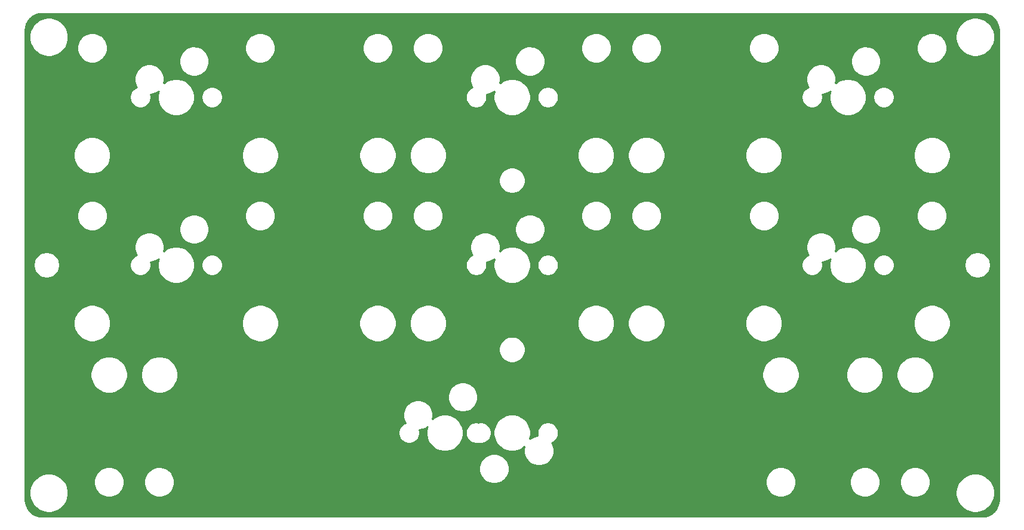
<source format=gtl>
G04 #@! TF.GenerationSoftware,KiCad,Pcbnew,(5.1.10)-1*
G04 #@! TF.CreationDate,2021-07-29T20:34:06+02:00*
G04 #@! TF.ProjectId,stab_tester,73746162-5f74-4657-9374-65722e6b6963,rev?*
G04 #@! TF.SameCoordinates,Original*
G04 #@! TF.FileFunction,Copper,L1,Top*
G04 #@! TF.FilePolarity,Positive*
%FSLAX46Y46*%
G04 Gerber Fmt 4.6, Leading zero omitted, Abs format (unit mm)*
G04 Created by KiCad (PCBNEW (5.1.10)-1) date 2021-07-29 20:34:06*
%MOMM*%
%LPD*%
G01*
G04 APERTURE LIST*
G04 #@! TA.AperFunction,NonConductor*
%ADD10C,0.254000*%
G04 #@! TD*
G04 #@! TA.AperFunction,NonConductor*
%ADD11C,0.100000*%
G04 #@! TD*
G04 APERTURE END LIST*
D10*
X174316893Y-37839671D02*
X174753498Y-37971490D01*
X175156185Y-38185601D01*
X175509612Y-38473849D01*
X175800327Y-38825262D01*
X176017242Y-39226440D01*
X176152106Y-39662114D01*
X176203000Y-40146345D01*
X176203001Y-106774721D01*
X176155331Y-107260894D01*
X176023512Y-107697501D01*
X175809403Y-108100182D01*
X175521148Y-108453617D01*
X175169742Y-108744326D01*
X174768564Y-108961241D01*
X174332886Y-109096107D01*
X173848655Y-109147002D01*
X40545279Y-109147000D01*
X40059106Y-109099330D01*
X39622499Y-108967510D01*
X39219819Y-108753402D01*
X38866385Y-108465148D01*
X38575677Y-108113743D01*
X38358759Y-107712562D01*
X38223894Y-107276884D01*
X38173001Y-106792665D01*
X38173001Y-105534513D01*
X38746386Y-105534513D01*
X38746386Y-106079489D01*
X38852706Y-106613992D01*
X39061259Y-107117484D01*
X39364031Y-107570614D01*
X39749387Y-107955970D01*
X40202517Y-108258742D01*
X40706009Y-108467295D01*
X41240512Y-108573615D01*
X41785488Y-108573615D01*
X42319991Y-108467295D01*
X42823483Y-108258742D01*
X43276613Y-107955970D01*
X43661969Y-107570614D01*
X43964741Y-107117484D01*
X44173294Y-106613992D01*
X44279614Y-106079489D01*
X44279614Y-105534513D01*
X44173294Y-105000010D01*
X43964741Y-104496518D01*
X43669299Y-104054357D01*
X47879000Y-104054357D01*
X47879000Y-104479643D01*
X47961970Y-104896757D01*
X48124719Y-105289670D01*
X48360996Y-105643282D01*
X48661718Y-105944004D01*
X49015330Y-106180281D01*
X49408243Y-106343030D01*
X49825357Y-106426000D01*
X50250643Y-106426000D01*
X50667757Y-106343030D01*
X51060670Y-106180281D01*
X51414282Y-105944004D01*
X51715004Y-105643282D01*
X51951281Y-105289670D01*
X52114030Y-104896757D01*
X52197000Y-104479643D01*
X52197000Y-104054357D01*
X55022750Y-104054357D01*
X55022750Y-104479643D01*
X55105720Y-104896757D01*
X55268469Y-105289670D01*
X55504746Y-105643282D01*
X55805468Y-105944004D01*
X56159080Y-106180281D01*
X56551993Y-106343030D01*
X56969107Y-106426000D01*
X57394393Y-106426000D01*
X57811507Y-106343030D01*
X58204420Y-106180281D01*
X58558032Y-105944004D01*
X58858754Y-105643282D01*
X59095031Y-105289670D01*
X59257780Y-104896757D01*
X59340750Y-104479643D01*
X59340750Y-104054357D01*
X59257780Y-103637243D01*
X59095031Y-103244330D01*
X58858754Y-102890718D01*
X58558032Y-102589996D01*
X58204420Y-102353719D01*
X57811507Y-102190970D01*
X57614192Y-102151721D01*
X102513000Y-102151721D01*
X102513000Y-102572279D01*
X102595047Y-102984756D01*
X102755988Y-103373302D01*
X102989637Y-103722983D01*
X103287017Y-104020363D01*
X103636698Y-104254012D01*
X104025244Y-104414953D01*
X104437721Y-104497000D01*
X104858279Y-104497000D01*
X105270756Y-104414953D01*
X105659302Y-104254012D01*
X105958107Y-104054357D01*
X143129000Y-104054357D01*
X143129000Y-104479643D01*
X143211970Y-104896757D01*
X143374719Y-105289670D01*
X143610996Y-105643282D01*
X143911718Y-105944004D01*
X144265330Y-106180281D01*
X144658243Y-106343030D01*
X145075357Y-106426000D01*
X145500643Y-106426000D01*
X145917757Y-106343030D01*
X146310670Y-106180281D01*
X146664282Y-105944004D01*
X146965004Y-105643282D01*
X147201281Y-105289670D01*
X147364030Y-104896757D01*
X147447000Y-104479643D01*
X147447000Y-104054357D01*
X155035250Y-104054357D01*
X155035250Y-104479643D01*
X155118220Y-104896757D01*
X155280969Y-105289670D01*
X155517246Y-105643282D01*
X155817968Y-105944004D01*
X156171580Y-106180281D01*
X156564493Y-106343030D01*
X156981607Y-106426000D01*
X157406893Y-106426000D01*
X157824007Y-106343030D01*
X158216920Y-106180281D01*
X158570532Y-105944004D01*
X158871254Y-105643282D01*
X159107531Y-105289670D01*
X159270280Y-104896757D01*
X159353250Y-104479643D01*
X159353250Y-104054357D01*
X162179000Y-104054357D01*
X162179000Y-104479643D01*
X162261970Y-104896757D01*
X162424719Y-105289670D01*
X162660996Y-105643282D01*
X162961718Y-105944004D01*
X163315330Y-106180281D01*
X163708243Y-106343030D01*
X164125357Y-106426000D01*
X164550643Y-106426000D01*
X164967757Y-106343030D01*
X165360670Y-106180281D01*
X165714282Y-105944004D01*
X166015004Y-105643282D01*
X166087681Y-105534513D01*
X170096386Y-105534513D01*
X170096386Y-106079489D01*
X170202706Y-106613992D01*
X170411259Y-107117484D01*
X170714031Y-107570614D01*
X171099387Y-107955970D01*
X171552517Y-108258742D01*
X172056009Y-108467295D01*
X172590512Y-108573615D01*
X173135488Y-108573615D01*
X173669991Y-108467295D01*
X174173483Y-108258742D01*
X174626613Y-107955970D01*
X175011969Y-107570614D01*
X175314741Y-107117484D01*
X175523294Y-106613992D01*
X175629614Y-106079489D01*
X175629614Y-105534513D01*
X175523294Y-105000010D01*
X175314741Y-104496518D01*
X175011969Y-104043388D01*
X174626613Y-103658032D01*
X174173483Y-103355260D01*
X173669991Y-103146707D01*
X173135488Y-103040387D01*
X172590512Y-103040387D01*
X172056009Y-103146707D01*
X171552517Y-103355260D01*
X171099387Y-103658032D01*
X170714031Y-104043388D01*
X170411259Y-104496518D01*
X170202706Y-105000010D01*
X170096386Y-105534513D01*
X166087681Y-105534513D01*
X166251281Y-105289670D01*
X166414030Y-104896757D01*
X166497000Y-104479643D01*
X166497000Y-104054357D01*
X166414030Y-103637243D01*
X166251281Y-103244330D01*
X166015004Y-102890718D01*
X165714282Y-102589996D01*
X165360670Y-102353719D01*
X164967757Y-102190970D01*
X164550643Y-102108000D01*
X164125357Y-102108000D01*
X163708243Y-102190970D01*
X163315330Y-102353719D01*
X162961718Y-102589996D01*
X162660996Y-102890718D01*
X162424719Y-103244330D01*
X162261970Y-103637243D01*
X162179000Y-104054357D01*
X159353250Y-104054357D01*
X159270280Y-103637243D01*
X159107531Y-103244330D01*
X158871254Y-102890718D01*
X158570532Y-102589996D01*
X158216920Y-102353719D01*
X157824007Y-102190970D01*
X157406893Y-102108000D01*
X156981607Y-102108000D01*
X156564493Y-102190970D01*
X156171580Y-102353719D01*
X155817968Y-102589996D01*
X155517246Y-102890718D01*
X155280969Y-103244330D01*
X155118220Y-103637243D01*
X155035250Y-104054357D01*
X147447000Y-104054357D01*
X147364030Y-103637243D01*
X147201281Y-103244330D01*
X146965004Y-102890718D01*
X146664282Y-102589996D01*
X146310670Y-102353719D01*
X145917757Y-102190970D01*
X145500643Y-102108000D01*
X145075357Y-102108000D01*
X144658243Y-102190970D01*
X144265330Y-102353719D01*
X143911718Y-102589996D01*
X143610996Y-102890718D01*
X143374719Y-103244330D01*
X143211970Y-103637243D01*
X143129000Y-104054357D01*
X105958107Y-104054357D01*
X106008983Y-104020363D01*
X106306363Y-103722983D01*
X106540012Y-103373302D01*
X106700953Y-102984756D01*
X106783000Y-102572279D01*
X106783000Y-102151721D01*
X106700953Y-101739244D01*
X106540012Y-101350698D01*
X106306363Y-101001017D01*
X106008983Y-100703637D01*
X105659302Y-100469988D01*
X105270756Y-100309047D01*
X104858279Y-100227000D01*
X104437721Y-100227000D01*
X104025244Y-100309047D01*
X103636698Y-100469988D01*
X103287017Y-100703637D01*
X102989637Y-101001017D01*
X102755988Y-101350698D01*
X102595047Y-101739244D01*
X102513000Y-102151721D01*
X57614192Y-102151721D01*
X57394393Y-102108000D01*
X56969107Y-102108000D01*
X56551993Y-102190970D01*
X56159080Y-102353719D01*
X55805468Y-102589996D01*
X55504746Y-102890718D01*
X55268469Y-103244330D01*
X55105720Y-103637243D01*
X55022750Y-104054357D01*
X52197000Y-104054357D01*
X52114030Y-103637243D01*
X51951281Y-103244330D01*
X51715004Y-102890718D01*
X51414282Y-102589996D01*
X51060670Y-102353719D01*
X50667757Y-102190970D01*
X50250643Y-102108000D01*
X49825357Y-102108000D01*
X49408243Y-102190970D01*
X49015330Y-102353719D01*
X48661718Y-102589996D01*
X48360996Y-102890718D01*
X48124719Y-103244330D01*
X47961970Y-103637243D01*
X47879000Y-104054357D01*
X43669299Y-104054357D01*
X43661969Y-104043388D01*
X43276613Y-103658032D01*
X42823483Y-103355260D01*
X42319991Y-103146707D01*
X41785488Y-103040387D01*
X41240512Y-103040387D01*
X40706009Y-103146707D01*
X40202517Y-103355260D01*
X39749387Y-103658032D01*
X39364031Y-104043388D01*
X39061259Y-104496518D01*
X38852706Y-105000010D01*
X38746386Y-105534513D01*
X38173001Y-105534513D01*
X38173001Y-97133278D01*
X91073000Y-97133278D01*
X91073000Y-97430722D01*
X91131029Y-97722451D01*
X91244856Y-97997253D01*
X91410107Y-98244569D01*
X91620431Y-98454893D01*
X91867747Y-98620144D01*
X92142549Y-98733971D01*
X92434278Y-98792000D01*
X92731722Y-98792000D01*
X93023451Y-98733971D01*
X93298253Y-98620144D01*
X93545569Y-98454893D01*
X93755893Y-98244569D01*
X93921144Y-97997253D01*
X94034971Y-97722451D01*
X94093000Y-97430722D01*
X94093000Y-97133278D01*
X94042023Y-96877000D01*
X94063279Y-96877000D01*
X94475756Y-96794953D01*
X94864302Y-96634012D01*
X95170708Y-96429279D01*
X95135127Y-96515178D01*
X95034100Y-97023076D01*
X95034100Y-97540924D01*
X95135127Y-98048822D01*
X95333299Y-98527251D01*
X95621000Y-98957826D01*
X95987174Y-99324000D01*
X96417749Y-99611701D01*
X96896178Y-99809873D01*
X97404076Y-99910900D01*
X97921924Y-99910900D01*
X98429822Y-99809873D01*
X98908251Y-99611701D01*
X99338826Y-99324000D01*
X99705000Y-98957826D01*
X99992701Y-98527251D01*
X100190873Y-98048822D01*
X100291900Y-97540924D01*
X100291900Y-97133278D01*
X100598000Y-97133278D01*
X100598000Y-97430722D01*
X100656029Y-97722451D01*
X100769856Y-97997253D01*
X100935107Y-98244569D01*
X101145431Y-98454893D01*
X101392747Y-98620144D01*
X101667549Y-98733971D01*
X101959278Y-98792000D01*
X102256722Y-98792000D01*
X102425500Y-98758428D01*
X102594278Y-98792000D01*
X102891722Y-98792000D01*
X103183451Y-98733971D01*
X103458253Y-98620144D01*
X103705569Y-98454893D01*
X103915893Y-98244569D01*
X104081144Y-97997253D01*
X104194971Y-97722451D01*
X104253000Y-97430722D01*
X104253000Y-97133278D01*
X104231080Y-97023076D01*
X104559100Y-97023076D01*
X104559100Y-97540924D01*
X104660127Y-98048822D01*
X104858299Y-98527251D01*
X105146000Y-98957826D01*
X105512174Y-99324000D01*
X105942749Y-99611701D01*
X106421178Y-99809873D01*
X106929076Y-99910900D01*
X107446924Y-99910900D01*
X107954822Y-99809873D01*
X108433251Y-99611701D01*
X108863826Y-99324000D01*
X108934237Y-99253589D01*
X108863000Y-99611721D01*
X108863000Y-100032279D01*
X108945047Y-100444756D01*
X109105988Y-100833302D01*
X109339637Y-101182983D01*
X109637017Y-101480363D01*
X109986698Y-101714012D01*
X110375244Y-101874953D01*
X110787721Y-101957000D01*
X111208279Y-101957000D01*
X111620756Y-101874953D01*
X112009302Y-101714012D01*
X112358983Y-101480363D01*
X112656363Y-101182983D01*
X112890012Y-100833302D01*
X113050953Y-100444756D01*
X113133000Y-100032279D01*
X113133000Y-99611721D01*
X113050953Y-99199244D01*
X112890012Y-98810698D01*
X112810501Y-98691701D01*
X112983253Y-98620144D01*
X113230569Y-98454893D01*
X113440893Y-98244569D01*
X113606144Y-97997253D01*
X113719971Y-97722451D01*
X113778000Y-97430722D01*
X113778000Y-97133278D01*
X113719971Y-96841549D01*
X113606144Y-96566747D01*
X113440893Y-96319431D01*
X113230569Y-96109107D01*
X112983253Y-95943856D01*
X112708451Y-95830029D01*
X112416722Y-95772000D01*
X112119278Y-95772000D01*
X111827549Y-95830029D01*
X111552747Y-95943856D01*
X111305431Y-96109107D01*
X111095107Y-96319431D01*
X110929856Y-96566747D01*
X110816029Y-96841549D01*
X110758000Y-97133278D01*
X110758000Y-97430722D01*
X110808977Y-97687000D01*
X110787721Y-97687000D01*
X110375244Y-97769047D01*
X109986698Y-97929988D01*
X109680292Y-98134721D01*
X109715873Y-98048822D01*
X109816900Y-97540924D01*
X109816900Y-97023076D01*
X109715873Y-96515178D01*
X109517701Y-96036749D01*
X109230000Y-95606174D01*
X108863826Y-95240000D01*
X108433251Y-94952299D01*
X107954822Y-94754127D01*
X107446924Y-94653100D01*
X106929076Y-94653100D01*
X106421178Y-94754127D01*
X105942749Y-94952299D01*
X105512174Y-95240000D01*
X105146000Y-95606174D01*
X104858299Y-96036749D01*
X104660127Y-96515178D01*
X104559100Y-97023076D01*
X104231080Y-97023076D01*
X104194971Y-96841549D01*
X104081144Y-96566747D01*
X103915893Y-96319431D01*
X103705569Y-96109107D01*
X103458253Y-95943856D01*
X103183451Y-95830029D01*
X102891722Y-95772000D01*
X102594278Y-95772000D01*
X102425500Y-95805572D01*
X102256722Y-95772000D01*
X101959278Y-95772000D01*
X101667549Y-95830029D01*
X101392747Y-95943856D01*
X101145431Y-96109107D01*
X100935107Y-96319431D01*
X100769856Y-96566747D01*
X100656029Y-96841549D01*
X100598000Y-97133278D01*
X100291900Y-97133278D01*
X100291900Y-97023076D01*
X100190873Y-96515178D01*
X99992701Y-96036749D01*
X99705000Y-95606174D01*
X99338826Y-95240000D01*
X98908251Y-94952299D01*
X98429822Y-94754127D01*
X97921924Y-94653100D01*
X97404076Y-94653100D01*
X96896178Y-94754127D01*
X96417749Y-94952299D01*
X95987174Y-95240000D01*
X95916763Y-95310411D01*
X95988000Y-94952279D01*
X95988000Y-94531721D01*
X95905953Y-94119244D01*
X95745012Y-93730698D01*
X95511363Y-93381017D01*
X95213983Y-93083637D01*
X94864302Y-92849988D01*
X94475756Y-92689047D01*
X94063279Y-92607000D01*
X93642721Y-92607000D01*
X93230244Y-92689047D01*
X92841698Y-92849988D01*
X92492017Y-93083637D01*
X92194637Y-93381017D01*
X91960988Y-93730698D01*
X91800047Y-94119244D01*
X91718000Y-94531721D01*
X91718000Y-94952279D01*
X91800047Y-95364756D01*
X91960988Y-95753302D01*
X92040499Y-95872299D01*
X91867747Y-95943856D01*
X91620431Y-96109107D01*
X91410107Y-96319431D01*
X91244856Y-96566747D01*
X91131029Y-96841549D01*
X91073000Y-97133278D01*
X38173001Y-97133278D01*
X38173001Y-91991721D01*
X98068000Y-91991721D01*
X98068000Y-92412279D01*
X98150047Y-92824756D01*
X98310988Y-93213302D01*
X98544637Y-93562983D01*
X98842017Y-93860363D01*
X99191698Y-94094012D01*
X99580244Y-94254953D01*
X99992721Y-94337000D01*
X100413279Y-94337000D01*
X100825756Y-94254953D01*
X101214302Y-94094012D01*
X101563983Y-93860363D01*
X101861363Y-93562983D01*
X102095012Y-93213302D01*
X102255953Y-92824756D01*
X102338000Y-92412279D01*
X102338000Y-91991721D01*
X102255953Y-91579244D01*
X102095012Y-91190698D01*
X101861363Y-90841017D01*
X101563983Y-90543637D01*
X101214302Y-90309988D01*
X100825756Y-90149047D01*
X100413279Y-90067000D01*
X99992721Y-90067000D01*
X99580244Y-90149047D01*
X99191698Y-90309988D01*
X98842017Y-90543637D01*
X98544637Y-90841017D01*
X98310988Y-91190698D01*
X98150047Y-91579244D01*
X98068000Y-91991721D01*
X38173001Y-91991721D01*
X38173001Y-88768076D01*
X47409100Y-88768076D01*
X47409100Y-89285924D01*
X47510127Y-89793822D01*
X47708299Y-90272251D01*
X47996000Y-90702826D01*
X48362174Y-91069000D01*
X48792749Y-91356701D01*
X49271178Y-91554873D01*
X49779076Y-91655900D01*
X50296924Y-91655900D01*
X50804822Y-91554873D01*
X51283251Y-91356701D01*
X51713826Y-91069000D01*
X52080000Y-90702826D01*
X52367701Y-90272251D01*
X52565873Y-89793822D01*
X52666900Y-89285924D01*
X52666900Y-88768076D01*
X54552850Y-88768076D01*
X54552850Y-89285924D01*
X54653877Y-89793822D01*
X54852049Y-90272251D01*
X55139750Y-90702826D01*
X55505924Y-91069000D01*
X55936499Y-91356701D01*
X56414928Y-91554873D01*
X56922826Y-91655900D01*
X57440674Y-91655900D01*
X57948572Y-91554873D01*
X58427001Y-91356701D01*
X58857576Y-91069000D01*
X59223750Y-90702826D01*
X59511451Y-90272251D01*
X59709623Y-89793822D01*
X59810650Y-89285924D01*
X59810650Y-88768076D01*
X142659100Y-88768076D01*
X142659100Y-89285924D01*
X142760127Y-89793822D01*
X142958299Y-90272251D01*
X143246000Y-90702826D01*
X143612174Y-91069000D01*
X144042749Y-91356701D01*
X144521178Y-91554873D01*
X145029076Y-91655900D01*
X145546924Y-91655900D01*
X146054822Y-91554873D01*
X146533251Y-91356701D01*
X146963826Y-91069000D01*
X147330000Y-90702826D01*
X147617701Y-90272251D01*
X147815873Y-89793822D01*
X147916900Y-89285924D01*
X147916900Y-88768076D01*
X154565350Y-88768076D01*
X154565350Y-89285924D01*
X154666377Y-89793822D01*
X154864549Y-90272251D01*
X155152250Y-90702826D01*
X155518424Y-91069000D01*
X155948999Y-91356701D01*
X156427428Y-91554873D01*
X156935326Y-91655900D01*
X157453174Y-91655900D01*
X157961072Y-91554873D01*
X158439501Y-91356701D01*
X158870076Y-91069000D01*
X159236250Y-90702826D01*
X159523951Y-90272251D01*
X159722123Y-89793822D01*
X159823150Y-89285924D01*
X159823150Y-88768076D01*
X161709100Y-88768076D01*
X161709100Y-89285924D01*
X161810127Y-89793822D01*
X162008299Y-90272251D01*
X162296000Y-90702826D01*
X162662174Y-91069000D01*
X163092749Y-91356701D01*
X163571178Y-91554873D01*
X164079076Y-91655900D01*
X164596924Y-91655900D01*
X165104822Y-91554873D01*
X165583251Y-91356701D01*
X166013826Y-91069000D01*
X166380000Y-90702826D01*
X166667701Y-90272251D01*
X166865873Y-89793822D01*
X166966900Y-89285924D01*
X166966900Y-88768076D01*
X166865873Y-88260178D01*
X166667701Y-87781749D01*
X166380000Y-87351174D01*
X166013826Y-86985000D01*
X165583251Y-86697299D01*
X165104822Y-86499127D01*
X164596924Y-86398100D01*
X164079076Y-86398100D01*
X163571178Y-86499127D01*
X163092749Y-86697299D01*
X162662174Y-86985000D01*
X162296000Y-87351174D01*
X162008299Y-87781749D01*
X161810127Y-88260178D01*
X161709100Y-88768076D01*
X159823150Y-88768076D01*
X159722123Y-88260178D01*
X159523951Y-87781749D01*
X159236250Y-87351174D01*
X158870076Y-86985000D01*
X158439501Y-86697299D01*
X157961072Y-86499127D01*
X157453174Y-86398100D01*
X156935326Y-86398100D01*
X156427428Y-86499127D01*
X155948999Y-86697299D01*
X155518424Y-86985000D01*
X155152250Y-87351174D01*
X154864549Y-87781749D01*
X154666377Y-88260178D01*
X154565350Y-88768076D01*
X147916900Y-88768076D01*
X147815873Y-88260178D01*
X147617701Y-87781749D01*
X147330000Y-87351174D01*
X146963826Y-86985000D01*
X146533251Y-86697299D01*
X146054822Y-86499127D01*
X145546924Y-86398100D01*
X145029076Y-86398100D01*
X144521178Y-86499127D01*
X144042749Y-86697299D01*
X143612174Y-86985000D01*
X143246000Y-87351174D01*
X142958299Y-87781749D01*
X142760127Y-88260178D01*
X142659100Y-88768076D01*
X59810650Y-88768076D01*
X59709623Y-88260178D01*
X59511451Y-87781749D01*
X59223750Y-87351174D01*
X58857576Y-86985000D01*
X58427001Y-86697299D01*
X57948572Y-86499127D01*
X57440674Y-86398100D01*
X56922826Y-86398100D01*
X56414928Y-86499127D01*
X55936499Y-86697299D01*
X55505924Y-86985000D01*
X55139750Y-87351174D01*
X54852049Y-87781749D01*
X54653877Y-88260178D01*
X54552850Y-88768076D01*
X52666900Y-88768076D01*
X52565873Y-88260178D01*
X52367701Y-87781749D01*
X52080000Y-87351174D01*
X51713826Y-86985000D01*
X51283251Y-86697299D01*
X50804822Y-86499127D01*
X50296924Y-86398100D01*
X49779076Y-86398100D01*
X49271178Y-86499127D01*
X48792749Y-86697299D01*
X48362174Y-86985000D01*
X47996000Y-87351174D01*
X47708299Y-87781749D01*
X47510127Y-88260178D01*
X47409100Y-88768076D01*
X38173001Y-88768076D01*
X38173001Y-85285229D01*
X105317053Y-85285229D01*
X105317053Y-85653773D01*
X105388952Y-86015236D01*
X105529988Y-86355727D01*
X105734740Y-86662160D01*
X105995341Y-86922761D01*
X106301774Y-87127513D01*
X106642265Y-87268549D01*
X107003728Y-87340448D01*
X107372272Y-87340448D01*
X107733735Y-87268549D01*
X108074226Y-87127513D01*
X108380659Y-86922761D01*
X108641260Y-86662160D01*
X108846012Y-86355727D01*
X108987048Y-86015236D01*
X109058947Y-85653773D01*
X109058947Y-85285229D01*
X108987048Y-84923766D01*
X108846012Y-84583275D01*
X108641260Y-84276842D01*
X108380659Y-84016241D01*
X108074226Y-83811489D01*
X107733735Y-83670453D01*
X107372272Y-83598554D01*
X107003728Y-83598554D01*
X106642265Y-83670453D01*
X106301774Y-83811489D01*
X105995341Y-84016241D01*
X105734740Y-84276842D01*
X105529988Y-84583275D01*
X105388952Y-84923766D01*
X105317053Y-85285229D01*
X38173001Y-85285229D01*
X38173001Y-81465576D01*
X45027850Y-81465576D01*
X45027850Y-81983424D01*
X45128877Y-82491322D01*
X45327049Y-82969751D01*
X45614750Y-83400326D01*
X45980924Y-83766500D01*
X46411499Y-84054201D01*
X46889928Y-84252373D01*
X47397826Y-84353400D01*
X47915674Y-84353400D01*
X48423572Y-84252373D01*
X48902001Y-84054201D01*
X49332576Y-83766500D01*
X49698750Y-83400326D01*
X49986451Y-82969751D01*
X50184623Y-82491322D01*
X50285650Y-81983424D01*
X50285650Y-81465576D01*
X68840350Y-81465576D01*
X68840350Y-81983424D01*
X68941377Y-82491322D01*
X69139549Y-82969751D01*
X69427250Y-83400326D01*
X69793424Y-83766500D01*
X70223999Y-84054201D01*
X70702428Y-84252373D01*
X71210326Y-84353400D01*
X71728174Y-84353400D01*
X72236072Y-84252373D01*
X72714501Y-84054201D01*
X73145076Y-83766500D01*
X73511250Y-83400326D01*
X73798951Y-82969751D01*
X73997123Y-82491322D01*
X74098150Y-81983424D01*
X74098150Y-81465577D01*
X85509100Y-81465577D01*
X85509100Y-81983425D01*
X85610127Y-82491323D01*
X85808299Y-82969752D01*
X86096000Y-83400327D01*
X86462174Y-83766501D01*
X86892749Y-84054202D01*
X87371178Y-84252374D01*
X87879076Y-84353401D01*
X88396924Y-84353401D01*
X88904822Y-84252374D01*
X89383251Y-84054202D01*
X89813826Y-83766501D01*
X90180000Y-83400327D01*
X90467701Y-82969752D01*
X90665873Y-82491323D01*
X90766900Y-81983425D01*
X90766900Y-81465576D01*
X92652850Y-81465576D01*
X92652850Y-81983424D01*
X92753877Y-82491322D01*
X92952049Y-82969751D01*
X93239750Y-83400326D01*
X93605924Y-83766500D01*
X94036499Y-84054201D01*
X94514928Y-84252373D01*
X95022826Y-84353400D01*
X95540674Y-84353400D01*
X96048572Y-84252373D01*
X96527001Y-84054201D01*
X96957576Y-83766500D01*
X97323750Y-83400326D01*
X97611451Y-82969751D01*
X97809623Y-82491322D01*
X97910650Y-81983424D01*
X97910650Y-81465576D01*
X116465350Y-81465576D01*
X116465350Y-81983424D01*
X116566377Y-82491322D01*
X116764549Y-82969751D01*
X117052250Y-83400326D01*
X117418424Y-83766500D01*
X117848999Y-84054201D01*
X118327428Y-84252373D01*
X118835326Y-84353400D01*
X119353174Y-84353400D01*
X119861072Y-84252373D01*
X120339501Y-84054201D01*
X120770076Y-83766500D01*
X121136250Y-83400326D01*
X121423951Y-82969751D01*
X121622123Y-82491322D01*
X121723150Y-81983424D01*
X121723150Y-81465577D01*
X123609100Y-81465577D01*
X123609100Y-81983425D01*
X123710127Y-82491323D01*
X123908299Y-82969752D01*
X124196000Y-83400327D01*
X124562174Y-83766501D01*
X124992749Y-84054202D01*
X125471178Y-84252374D01*
X125979076Y-84353401D01*
X126496924Y-84353401D01*
X127004822Y-84252374D01*
X127483251Y-84054202D01*
X127913826Y-83766501D01*
X128280000Y-83400327D01*
X128567701Y-82969752D01*
X128765873Y-82491323D01*
X128866900Y-81983425D01*
X128866900Y-81465576D01*
X140277850Y-81465576D01*
X140277850Y-81983424D01*
X140378877Y-82491322D01*
X140577049Y-82969751D01*
X140864750Y-83400326D01*
X141230924Y-83766500D01*
X141661499Y-84054201D01*
X142139928Y-84252373D01*
X142647826Y-84353400D01*
X143165674Y-84353400D01*
X143673572Y-84252373D01*
X144152001Y-84054201D01*
X144582576Y-83766500D01*
X144948750Y-83400326D01*
X145236451Y-82969751D01*
X145434623Y-82491322D01*
X145535650Y-81983424D01*
X145535650Y-81465576D01*
X164090350Y-81465576D01*
X164090350Y-81983424D01*
X164191377Y-82491322D01*
X164389549Y-82969751D01*
X164677250Y-83400326D01*
X165043424Y-83766500D01*
X165473999Y-84054201D01*
X165952428Y-84252373D01*
X166460326Y-84353400D01*
X166978174Y-84353400D01*
X167486072Y-84252373D01*
X167964501Y-84054201D01*
X168395076Y-83766500D01*
X168761250Y-83400326D01*
X169048951Y-82969751D01*
X169247123Y-82491322D01*
X169348150Y-81983424D01*
X169348150Y-81465576D01*
X169247123Y-80957678D01*
X169048951Y-80479249D01*
X168761250Y-80048674D01*
X168395076Y-79682500D01*
X167964501Y-79394799D01*
X167486072Y-79196627D01*
X166978174Y-79095600D01*
X166460326Y-79095600D01*
X165952428Y-79196627D01*
X165473999Y-79394799D01*
X165043424Y-79682500D01*
X164677250Y-80048674D01*
X164389549Y-80479249D01*
X164191377Y-80957678D01*
X164090350Y-81465576D01*
X145535650Y-81465576D01*
X145434623Y-80957678D01*
X145236451Y-80479249D01*
X144948750Y-80048674D01*
X144582576Y-79682500D01*
X144152001Y-79394799D01*
X143673572Y-79196627D01*
X143165674Y-79095600D01*
X142647826Y-79095600D01*
X142139928Y-79196627D01*
X141661499Y-79394799D01*
X141230924Y-79682500D01*
X140864750Y-80048674D01*
X140577049Y-80479249D01*
X140378877Y-80957678D01*
X140277850Y-81465576D01*
X128866900Y-81465576D01*
X128765873Y-80957679D01*
X128567701Y-80479250D01*
X128280000Y-80048675D01*
X127913826Y-79682501D01*
X127483251Y-79394800D01*
X127004822Y-79196628D01*
X126496924Y-79095601D01*
X125979076Y-79095601D01*
X125471178Y-79196628D01*
X124992749Y-79394800D01*
X124562174Y-79682501D01*
X124196000Y-80048675D01*
X123908299Y-80479250D01*
X123710127Y-80957679D01*
X123609100Y-81465577D01*
X121723150Y-81465577D01*
X121723150Y-81465576D01*
X121622123Y-80957678D01*
X121423951Y-80479249D01*
X121136250Y-80048674D01*
X120770076Y-79682500D01*
X120339501Y-79394799D01*
X119861072Y-79196627D01*
X119353174Y-79095600D01*
X118835326Y-79095600D01*
X118327428Y-79196627D01*
X117848999Y-79394799D01*
X117418424Y-79682500D01*
X117052250Y-80048674D01*
X116764549Y-80479249D01*
X116566377Y-80957678D01*
X116465350Y-81465576D01*
X97910650Y-81465576D01*
X97809623Y-80957678D01*
X97611451Y-80479249D01*
X97323750Y-80048674D01*
X96957576Y-79682500D01*
X96527001Y-79394799D01*
X96048572Y-79196627D01*
X95540674Y-79095600D01*
X95022826Y-79095600D01*
X94514928Y-79196627D01*
X94036499Y-79394799D01*
X93605924Y-79682500D01*
X93239750Y-80048674D01*
X92952049Y-80479249D01*
X92753877Y-80957678D01*
X92652850Y-81465576D01*
X90766900Y-81465576D01*
X90665873Y-80957679D01*
X90467701Y-80479250D01*
X90180000Y-80048675D01*
X89813826Y-79682501D01*
X89383251Y-79394800D01*
X88904822Y-79196628D01*
X88396924Y-79095601D01*
X87879076Y-79095601D01*
X87371178Y-79196628D01*
X86892749Y-79394800D01*
X86462174Y-79682501D01*
X86096000Y-80048675D01*
X85808299Y-80479250D01*
X85610127Y-80957679D01*
X85509100Y-81465577D01*
X74098150Y-81465577D01*
X74098150Y-81465576D01*
X73997123Y-80957678D01*
X73798951Y-80479249D01*
X73511250Y-80048674D01*
X73145076Y-79682500D01*
X72714501Y-79394799D01*
X72236072Y-79196627D01*
X71728174Y-79095600D01*
X71210326Y-79095600D01*
X70702428Y-79196627D01*
X70223999Y-79394799D01*
X69793424Y-79682500D01*
X69427250Y-80048674D01*
X69139549Y-80479249D01*
X68941377Y-80957678D01*
X68840350Y-81465576D01*
X50285650Y-81465576D01*
X50184623Y-80957678D01*
X49986451Y-80479249D01*
X49698750Y-80048674D01*
X49332576Y-79682500D01*
X48902001Y-79394799D01*
X48423572Y-79196627D01*
X47915674Y-79095600D01*
X47397826Y-79095600D01*
X46889928Y-79196627D01*
X46411499Y-79394799D01*
X45980924Y-79682500D01*
X45614750Y-80048674D01*
X45327049Y-80479249D01*
X45128877Y-80957678D01*
X45027850Y-81465576D01*
X38173001Y-81465576D01*
X38173001Y-73285229D01*
X39317053Y-73285229D01*
X39317053Y-73653773D01*
X39388952Y-74015236D01*
X39529988Y-74355727D01*
X39734740Y-74662160D01*
X39995341Y-74922761D01*
X40301774Y-75127513D01*
X40642265Y-75268549D01*
X41003728Y-75340448D01*
X41372272Y-75340448D01*
X41733735Y-75268549D01*
X42074226Y-75127513D01*
X42380659Y-74922761D01*
X42641260Y-74662160D01*
X42846012Y-74355727D01*
X42987048Y-74015236D01*
X43058947Y-73653773D01*
X43058947Y-73320778D01*
X52973000Y-73320778D01*
X52973000Y-73618222D01*
X53031029Y-73909951D01*
X53144856Y-74184753D01*
X53310107Y-74432069D01*
X53520431Y-74642393D01*
X53767747Y-74807644D01*
X54042549Y-74921471D01*
X54334278Y-74979500D01*
X54631722Y-74979500D01*
X54923451Y-74921471D01*
X55198253Y-74807644D01*
X55445569Y-74642393D01*
X55655893Y-74432069D01*
X55821144Y-74184753D01*
X55934971Y-73909951D01*
X55993000Y-73618222D01*
X55993000Y-73320778D01*
X55942023Y-73064500D01*
X55963279Y-73064500D01*
X56375756Y-72982453D01*
X56764302Y-72821512D01*
X57070708Y-72616779D01*
X57035127Y-72702678D01*
X56934100Y-73210576D01*
X56934100Y-73728424D01*
X57035127Y-74236322D01*
X57233299Y-74714751D01*
X57521000Y-75145326D01*
X57887174Y-75511500D01*
X58317749Y-75799201D01*
X58796178Y-75997373D01*
X59304076Y-76098400D01*
X59821924Y-76098400D01*
X60329822Y-75997373D01*
X60808251Y-75799201D01*
X61238826Y-75511500D01*
X61605000Y-75145326D01*
X61892701Y-74714751D01*
X62090873Y-74236322D01*
X62191900Y-73728424D01*
X62191900Y-73320778D01*
X63133000Y-73320778D01*
X63133000Y-73618222D01*
X63191029Y-73909951D01*
X63304856Y-74184753D01*
X63470107Y-74432069D01*
X63680431Y-74642393D01*
X63927747Y-74807644D01*
X64202549Y-74921471D01*
X64494278Y-74979500D01*
X64791722Y-74979500D01*
X65083451Y-74921471D01*
X65358253Y-74807644D01*
X65605569Y-74642393D01*
X65815893Y-74432069D01*
X65981144Y-74184753D01*
X66094971Y-73909951D01*
X66153000Y-73618222D01*
X66153000Y-73320778D01*
X100598000Y-73320778D01*
X100598000Y-73618222D01*
X100656029Y-73909951D01*
X100769856Y-74184753D01*
X100935107Y-74432069D01*
X101145431Y-74642393D01*
X101392747Y-74807644D01*
X101667549Y-74921471D01*
X101959278Y-74979500D01*
X102256722Y-74979500D01*
X102548451Y-74921471D01*
X102823253Y-74807644D01*
X103070569Y-74642393D01*
X103280893Y-74432069D01*
X103446144Y-74184753D01*
X103559971Y-73909951D01*
X103618000Y-73618222D01*
X103618000Y-73320778D01*
X103567023Y-73064500D01*
X103588279Y-73064500D01*
X104000756Y-72982453D01*
X104389302Y-72821512D01*
X104695708Y-72616779D01*
X104660127Y-72702678D01*
X104559100Y-73210576D01*
X104559100Y-73728424D01*
X104660127Y-74236322D01*
X104858299Y-74714751D01*
X105146000Y-75145326D01*
X105512174Y-75511500D01*
X105942749Y-75799201D01*
X106421178Y-75997373D01*
X106929076Y-76098400D01*
X107446924Y-76098400D01*
X107954822Y-75997373D01*
X108433251Y-75799201D01*
X108863826Y-75511500D01*
X109230000Y-75145326D01*
X109517701Y-74714751D01*
X109715873Y-74236322D01*
X109816900Y-73728424D01*
X109816900Y-73320778D01*
X110758000Y-73320778D01*
X110758000Y-73618222D01*
X110816029Y-73909951D01*
X110929856Y-74184753D01*
X111095107Y-74432069D01*
X111305431Y-74642393D01*
X111552747Y-74807644D01*
X111827549Y-74921471D01*
X112119278Y-74979500D01*
X112416722Y-74979500D01*
X112708451Y-74921471D01*
X112983253Y-74807644D01*
X113230569Y-74642393D01*
X113440893Y-74432069D01*
X113606144Y-74184753D01*
X113719971Y-73909951D01*
X113778000Y-73618222D01*
X113778000Y-73320778D01*
X148223000Y-73320778D01*
X148223000Y-73618222D01*
X148281029Y-73909951D01*
X148394856Y-74184753D01*
X148560107Y-74432069D01*
X148770431Y-74642393D01*
X149017747Y-74807644D01*
X149292549Y-74921471D01*
X149584278Y-74979500D01*
X149881722Y-74979500D01*
X150173451Y-74921471D01*
X150448253Y-74807644D01*
X150695569Y-74642393D01*
X150905893Y-74432069D01*
X151071144Y-74184753D01*
X151184971Y-73909951D01*
X151243000Y-73618222D01*
X151243000Y-73320778D01*
X151192023Y-73064500D01*
X151213279Y-73064500D01*
X151625756Y-72982453D01*
X152014302Y-72821512D01*
X152320708Y-72616779D01*
X152285127Y-72702678D01*
X152184100Y-73210576D01*
X152184100Y-73728424D01*
X152285127Y-74236322D01*
X152483299Y-74714751D01*
X152771000Y-75145326D01*
X153137174Y-75511500D01*
X153567749Y-75799201D01*
X154046178Y-75997373D01*
X154554076Y-76098400D01*
X155071924Y-76098400D01*
X155579822Y-75997373D01*
X156058251Y-75799201D01*
X156488826Y-75511500D01*
X156855000Y-75145326D01*
X157142701Y-74714751D01*
X157340873Y-74236322D01*
X157441900Y-73728424D01*
X157441900Y-73320778D01*
X158383000Y-73320778D01*
X158383000Y-73618222D01*
X158441029Y-73909951D01*
X158554856Y-74184753D01*
X158720107Y-74432069D01*
X158930431Y-74642393D01*
X159177747Y-74807644D01*
X159452549Y-74921471D01*
X159744278Y-74979500D01*
X160041722Y-74979500D01*
X160333451Y-74921471D01*
X160608253Y-74807644D01*
X160855569Y-74642393D01*
X161065893Y-74432069D01*
X161231144Y-74184753D01*
X161344971Y-73909951D01*
X161403000Y-73618222D01*
X161403000Y-73320778D01*
X161395929Y-73285229D01*
X171317053Y-73285229D01*
X171317053Y-73653773D01*
X171388952Y-74015236D01*
X171529988Y-74355727D01*
X171734740Y-74662160D01*
X171995341Y-74922761D01*
X172301774Y-75127513D01*
X172642265Y-75268549D01*
X173003728Y-75340448D01*
X173372272Y-75340448D01*
X173733735Y-75268549D01*
X174074226Y-75127513D01*
X174380659Y-74922761D01*
X174641260Y-74662160D01*
X174846012Y-74355727D01*
X174987048Y-74015236D01*
X175058947Y-73653773D01*
X175058947Y-73285229D01*
X174987048Y-72923766D01*
X174846012Y-72583275D01*
X174641260Y-72276842D01*
X174380659Y-72016241D01*
X174074226Y-71811489D01*
X173733735Y-71670453D01*
X173372272Y-71598554D01*
X173003728Y-71598554D01*
X172642265Y-71670453D01*
X172301774Y-71811489D01*
X171995341Y-72016241D01*
X171734740Y-72276842D01*
X171529988Y-72583275D01*
X171388952Y-72923766D01*
X171317053Y-73285229D01*
X161395929Y-73285229D01*
X161344971Y-73029049D01*
X161231144Y-72754247D01*
X161065893Y-72506931D01*
X160855569Y-72296607D01*
X160608253Y-72131356D01*
X160333451Y-72017529D01*
X160041722Y-71959500D01*
X159744278Y-71959500D01*
X159452549Y-72017529D01*
X159177747Y-72131356D01*
X158930431Y-72296607D01*
X158720107Y-72506931D01*
X158554856Y-72754247D01*
X158441029Y-73029049D01*
X158383000Y-73320778D01*
X157441900Y-73320778D01*
X157441900Y-73210576D01*
X157340873Y-72702678D01*
X157142701Y-72224249D01*
X156855000Y-71793674D01*
X156488826Y-71427500D01*
X156058251Y-71139799D01*
X155579822Y-70941627D01*
X155071924Y-70840600D01*
X154554076Y-70840600D01*
X154046178Y-70941627D01*
X153567749Y-71139799D01*
X153137174Y-71427500D01*
X153066763Y-71497911D01*
X153138000Y-71139779D01*
X153138000Y-70719221D01*
X153055953Y-70306744D01*
X152895012Y-69918198D01*
X152661363Y-69568517D01*
X152363983Y-69271137D01*
X152014302Y-69037488D01*
X151625756Y-68876547D01*
X151213279Y-68794500D01*
X150792721Y-68794500D01*
X150380244Y-68876547D01*
X149991698Y-69037488D01*
X149642017Y-69271137D01*
X149344637Y-69568517D01*
X149110988Y-69918198D01*
X148950047Y-70306744D01*
X148868000Y-70719221D01*
X148868000Y-71139779D01*
X148950047Y-71552256D01*
X149110988Y-71940802D01*
X149190499Y-72059799D01*
X149017747Y-72131356D01*
X148770431Y-72296607D01*
X148560107Y-72506931D01*
X148394856Y-72754247D01*
X148281029Y-73029049D01*
X148223000Y-73320778D01*
X113778000Y-73320778D01*
X113719971Y-73029049D01*
X113606144Y-72754247D01*
X113440893Y-72506931D01*
X113230569Y-72296607D01*
X112983253Y-72131356D01*
X112708451Y-72017529D01*
X112416722Y-71959500D01*
X112119278Y-71959500D01*
X111827549Y-72017529D01*
X111552747Y-72131356D01*
X111305431Y-72296607D01*
X111095107Y-72506931D01*
X110929856Y-72754247D01*
X110816029Y-73029049D01*
X110758000Y-73320778D01*
X109816900Y-73320778D01*
X109816900Y-73210576D01*
X109715873Y-72702678D01*
X109517701Y-72224249D01*
X109230000Y-71793674D01*
X108863826Y-71427500D01*
X108433251Y-71139799D01*
X107954822Y-70941627D01*
X107446924Y-70840600D01*
X106929076Y-70840600D01*
X106421178Y-70941627D01*
X105942749Y-71139799D01*
X105512174Y-71427500D01*
X105441763Y-71497911D01*
X105513000Y-71139779D01*
X105513000Y-70719221D01*
X105430953Y-70306744D01*
X105270012Y-69918198D01*
X105036363Y-69568517D01*
X104738983Y-69271137D01*
X104389302Y-69037488D01*
X104000756Y-68876547D01*
X103588279Y-68794500D01*
X103167721Y-68794500D01*
X102755244Y-68876547D01*
X102366698Y-69037488D01*
X102017017Y-69271137D01*
X101719637Y-69568517D01*
X101485988Y-69918198D01*
X101325047Y-70306744D01*
X101243000Y-70719221D01*
X101243000Y-71139779D01*
X101325047Y-71552256D01*
X101485988Y-71940802D01*
X101565499Y-72059799D01*
X101392747Y-72131356D01*
X101145431Y-72296607D01*
X100935107Y-72506931D01*
X100769856Y-72754247D01*
X100656029Y-73029049D01*
X100598000Y-73320778D01*
X66153000Y-73320778D01*
X66094971Y-73029049D01*
X65981144Y-72754247D01*
X65815893Y-72506931D01*
X65605569Y-72296607D01*
X65358253Y-72131356D01*
X65083451Y-72017529D01*
X64791722Y-71959500D01*
X64494278Y-71959500D01*
X64202549Y-72017529D01*
X63927747Y-72131356D01*
X63680431Y-72296607D01*
X63470107Y-72506931D01*
X63304856Y-72754247D01*
X63191029Y-73029049D01*
X63133000Y-73320778D01*
X62191900Y-73320778D01*
X62191900Y-73210576D01*
X62090873Y-72702678D01*
X61892701Y-72224249D01*
X61605000Y-71793674D01*
X61238826Y-71427500D01*
X60808251Y-71139799D01*
X60329822Y-70941627D01*
X59821924Y-70840600D01*
X59304076Y-70840600D01*
X58796178Y-70941627D01*
X58317749Y-71139799D01*
X57887174Y-71427500D01*
X57816763Y-71497911D01*
X57888000Y-71139779D01*
X57888000Y-70719221D01*
X57805953Y-70306744D01*
X57645012Y-69918198D01*
X57411363Y-69568517D01*
X57113983Y-69271137D01*
X56764302Y-69037488D01*
X56375756Y-68876547D01*
X55963279Y-68794500D01*
X55542721Y-68794500D01*
X55130244Y-68876547D01*
X54741698Y-69037488D01*
X54392017Y-69271137D01*
X54094637Y-69568517D01*
X53860988Y-69918198D01*
X53700047Y-70306744D01*
X53618000Y-70719221D01*
X53618000Y-71139779D01*
X53700047Y-71552256D01*
X53860988Y-71940802D01*
X53940499Y-72059799D01*
X53767747Y-72131356D01*
X53520431Y-72296607D01*
X53310107Y-72506931D01*
X53144856Y-72754247D01*
X53031029Y-73029049D01*
X52973000Y-73320778D01*
X43058947Y-73320778D01*
X43058947Y-73285229D01*
X42987048Y-72923766D01*
X42846012Y-72583275D01*
X42641260Y-72276842D01*
X42380659Y-72016241D01*
X42074226Y-71811489D01*
X41733735Y-71670453D01*
X41372272Y-71598554D01*
X41003728Y-71598554D01*
X40642265Y-71670453D01*
X40301774Y-71811489D01*
X39995341Y-72016241D01*
X39734740Y-72276842D01*
X39529988Y-72583275D01*
X39388952Y-72923766D01*
X39317053Y-73285229D01*
X38173001Y-73285229D01*
X38173001Y-66271857D01*
X45497750Y-66271857D01*
X45497750Y-66697143D01*
X45580720Y-67114257D01*
X45743469Y-67507170D01*
X45979746Y-67860782D01*
X46280468Y-68161504D01*
X46634080Y-68397781D01*
X47026993Y-68560530D01*
X47444107Y-68643500D01*
X47869393Y-68643500D01*
X48286507Y-68560530D01*
X48679420Y-68397781D01*
X49006516Y-68179221D01*
X59968000Y-68179221D01*
X59968000Y-68599779D01*
X60050047Y-69012256D01*
X60210988Y-69400802D01*
X60444637Y-69750483D01*
X60742017Y-70047863D01*
X61091698Y-70281512D01*
X61480244Y-70442453D01*
X61892721Y-70524500D01*
X62313279Y-70524500D01*
X62725756Y-70442453D01*
X63114302Y-70281512D01*
X63463983Y-70047863D01*
X63761363Y-69750483D01*
X63995012Y-69400802D01*
X64155953Y-69012256D01*
X64238000Y-68599779D01*
X64238000Y-68179221D01*
X64155953Y-67766744D01*
X63995012Y-67378198D01*
X63761363Y-67028517D01*
X63463983Y-66731137D01*
X63114302Y-66497488D01*
X62725756Y-66336547D01*
X62400539Y-66271857D01*
X69310250Y-66271857D01*
X69310250Y-66697143D01*
X69393220Y-67114257D01*
X69555969Y-67507170D01*
X69792246Y-67860782D01*
X70092968Y-68161504D01*
X70446580Y-68397781D01*
X70839493Y-68560530D01*
X71256607Y-68643500D01*
X71681893Y-68643500D01*
X72099007Y-68560530D01*
X72491920Y-68397781D01*
X72845532Y-68161504D01*
X73146254Y-67860782D01*
X73382531Y-67507170D01*
X73545280Y-67114257D01*
X73628250Y-66697143D01*
X73628250Y-66271858D01*
X85979000Y-66271858D01*
X85979000Y-66697144D01*
X86061970Y-67114258D01*
X86224719Y-67507171D01*
X86460996Y-67860783D01*
X86761718Y-68161505D01*
X87115330Y-68397782D01*
X87508243Y-68560531D01*
X87925357Y-68643501D01*
X88350643Y-68643501D01*
X88767757Y-68560531D01*
X89160670Y-68397782D01*
X89514282Y-68161505D01*
X89815004Y-67860783D01*
X90051281Y-67507171D01*
X90214030Y-67114258D01*
X90297000Y-66697144D01*
X90297000Y-66271857D01*
X93122750Y-66271857D01*
X93122750Y-66697143D01*
X93205720Y-67114257D01*
X93368469Y-67507170D01*
X93604746Y-67860782D01*
X93905468Y-68161504D01*
X94259080Y-68397781D01*
X94651993Y-68560530D01*
X95069107Y-68643500D01*
X95494393Y-68643500D01*
X95911507Y-68560530D01*
X96304420Y-68397781D01*
X96631516Y-68179221D01*
X107593000Y-68179221D01*
X107593000Y-68599779D01*
X107675047Y-69012256D01*
X107835988Y-69400802D01*
X108069637Y-69750483D01*
X108367017Y-70047863D01*
X108716698Y-70281512D01*
X109105244Y-70442453D01*
X109517721Y-70524500D01*
X109938279Y-70524500D01*
X110350756Y-70442453D01*
X110739302Y-70281512D01*
X111088983Y-70047863D01*
X111386363Y-69750483D01*
X111620012Y-69400802D01*
X111780953Y-69012256D01*
X111863000Y-68599779D01*
X111863000Y-68179221D01*
X111780953Y-67766744D01*
X111620012Y-67378198D01*
X111386363Y-67028517D01*
X111088983Y-66731137D01*
X110739302Y-66497488D01*
X110350756Y-66336547D01*
X110025539Y-66271857D01*
X116935250Y-66271857D01*
X116935250Y-66697143D01*
X117018220Y-67114257D01*
X117180969Y-67507170D01*
X117417246Y-67860782D01*
X117717968Y-68161504D01*
X118071580Y-68397781D01*
X118464493Y-68560530D01*
X118881607Y-68643500D01*
X119306893Y-68643500D01*
X119724007Y-68560530D01*
X120116920Y-68397781D01*
X120470532Y-68161504D01*
X120771254Y-67860782D01*
X121007531Y-67507170D01*
X121170280Y-67114257D01*
X121253250Y-66697143D01*
X121253250Y-66271858D01*
X124079000Y-66271858D01*
X124079000Y-66697144D01*
X124161970Y-67114258D01*
X124324719Y-67507171D01*
X124560996Y-67860783D01*
X124861718Y-68161505D01*
X125215330Y-68397782D01*
X125608243Y-68560531D01*
X126025357Y-68643501D01*
X126450643Y-68643501D01*
X126867757Y-68560531D01*
X127260670Y-68397782D01*
X127614282Y-68161505D01*
X127915004Y-67860783D01*
X128151281Y-67507171D01*
X128314030Y-67114258D01*
X128397000Y-66697144D01*
X128397000Y-66271857D01*
X140747750Y-66271857D01*
X140747750Y-66697143D01*
X140830720Y-67114257D01*
X140993469Y-67507170D01*
X141229746Y-67860782D01*
X141530468Y-68161504D01*
X141884080Y-68397781D01*
X142276993Y-68560530D01*
X142694107Y-68643500D01*
X143119393Y-68643500D01*
X143536507Y-68560530D01*
X143929420Y-68397781D01*
X144256516Y-68179221D01*
X155218000Y-68179221D01*
X155218000Y-68599779D01*
X155300047Y-69012256D01*
X155460988Y-69400802D01*
X155694637Y-69750483D01*
X155992017Y-70047863D01*
X156341698Y-70281512D01*
X156730244Y-70442453D01*
X157142721Y-70524500D01*
X157563279Y-70524500D01*
X157975756Y-70442453D01*
X158364302Y-70281512D01*
X158713983Y-70047863D01*
X159011363Y-69750483D01*
X159245012Y-69400802D01*
X159405953Y-69012256D01*
X159488000Y-68599779D01*
X159488000Y-68179221D01*
X159405953Y-67766744D01*
X159245012Y-67378198D01*
X159011363Y-67028517D01*
X158713983Y-66731137D01*
X158364302Y-66497488D01*
X157975756Y-66336547D01*
X157650539Y-66271857D01*
X164560250Y-66271857D01*
X164560250Y-66697143D01*
X164643220Y-67114257D01*
X164805969Y-67507170D01*
X165042246Y-67860782D01*
X165342968Y-68161504D01*
X165696580Y-68397781D01*
X166089493Y-68560530D01*
X166506607Y-68643500D01*
X166931893Y-68643500D01*
X167349007Y-68560530D01*
X167741920Y-68397781D01*
X168095532Y-68161504D01*
X168396254Y-67860782D01*
X168632531Y-67507170D01*
X168795280Y-67114257D01*
X168878250Y-66697143D01*
X168878250Y-66271857D01*
X168795280Y-65854743D01*
X168632531Y-65461830D01*
X168396254Y-65108218D01*
X168095532Y-64807496D01*
X167741920Y-64571219D01*
X167349007Y-64408470D01*
X166931893Y-64325500D01*
X166506607Y-64325500D01*
X166089493Y-64408470D01*
X165696580Y-64571219D01*
X165342968Y-64807496D01*
X165042246Y-65108218D01*
X164805969Y-65461830D01*
X164643220Y-65854743D01*
X164560250Y-66271857D01*
X157650539Y-66271857D01*
X157563279Y-66254500D01*
X157142721Y-66254500D01*
X156730244Y-66336547D01*
X156341698Y-66497488D01*
X155992017Y-66731137D01*
X155694637Y-67028517D01*
X155460988Y-67378198D01*
X155300047Y-67766744D01*
X155218000Y-68179221D01*
X144256516Y-68179221D01*
X144283032Y-68161504D01*
X144583754Y-67860782D01*
X144820031Y-67507170D01*
X144982780Y-67114257D01*
X145065750Y-66697143D01*
X145065750Y-66271857D01*
X144982780Y-65854743D01*
X144820031Y-65461830D01*
X144583754Y-65108218D01*
X144283032Y-64807496D01*
X143929420Y-64571219D01*
X143536507Y-64408470D01*
X143119393Y-64325500D01*
X142694107Y-64325500D01*
X142276993Y-64408470D01*
X141884080Y-64571219D01*
X141530468Y-64807496D01*
X141229746Y-65108218D01*
X140993469Y-65461830D01*
X140830720Y-65854743D01*
X140747750Y-66271857D01*
X128397000Y-66271857D01*
X128314030Y-65854744D01*
X128151281Y-65461831D01*
X127915004Y-65108219D01*
X127614282Y-64807497D01*
X127260670Y-64571220D01*
X126867757Y-64408471D01*
X126450643Y-64325501D01*
X126025357Y-64325501D01*
X125608243Y-64408471D01*
X125215330Y-64571220D01*
X124861718Y-64807497D01*
X124560996Y-65108219D01*
X124324719Y-65461831D01*
X124161970Y-65854744D01*
X124079000Y-66271858D01*
X121253250Y-66271858D01*
X121253250Y-66271857D01*
X121170280Y-65854743D01*
X121007531Y-65461830D01*
X120771254Y-65108218D01*
X120470532Y-64807496D01*
X120116920Y-64571219D01*
X119724007Y-64408470D01*
X119306893Y-64325500D01*
X118881607Y-64325500D01*
X118464493Y-64408470D01*
X118071580Y-64571219D01*
X117717968Y-64807496D01*
X117417246Y-65108218D01*
X117180969Y-65461830D01*
X117018220Y-65854743D01*
X116935250Y-66271857D01*
X110025539Y-66271857D01*
X109938279Y-66254500D01*
X109517721Y-66254500D01*
X109105244Y-66336547D01*
X108716698Y-66497488D01*
X108367017Y-66731137D01*
X108069637Y-67028517D01*
X107835988Y-67378198D01*
X107675047Y-67766744D01*
X107593000Y-68179221D01*
X96631516Y-68179221D01*
X96658032Y-68161504D01*
X96958754Y-67860782D01*
X97195031Y-67507170D01*
X97357780Y-67114257D01*
X97440750Y-66697143D01*
X97440750Y-66271857D01*
X97357780Y-65854743D01*
X97195031Y-65461830D01*
X96958754Y-65108218D01*
X96658032Y-64807496D01*
X96304420Y-64571219D01*
X95911507Y-64408470D01*
X95494393Y-64325500D01*
X95069107Y-64325500D01*
X94651993Y-64408470D01*
X94259080Y-64571219D01*
X93905468Y-64807496D01*
X93604746Y-65108218D01*
X93368469Y-65461830D01*
X93205720Y-65854743D01*
X93122750Y-66271857D01*
X90297000Y-66271857D01*
X90214030Y-65854744D01*
X90051281Y-65461831D01*
X89815004Y-65108219D01*
X89514282Y-64807497D01*
X89160670Y-64571220D01*
X88767757Y-64408471D01*
X88350643Y-64325501D01*
X87925357Y-64325501D01*
X87508243Y-64408471D01*
X87115330Y-64571220D01*
X86761718Y-64807497D01*
X86460996Y-65108219D01*
X86224719Y-65461831D01*
X86061970Y-65854744D01*
X85979000Y-66271858D01*
X73628250Y-66271858D01*
X73628250Y-66271857D01*
X73545280Y-65854743D01*
X73382531Y-65461830D01*
X73146254Y-65108218D01*
X72845532Y-64807496D01*
X72491920Y-64571219D01*
X72099007Y-64408470D01*
X71681893Y-64325500D01*
X71256607Y-64325500D01*
X70839493Y-64408470D01*
X70446580Y-64571219D01*
X70092968Y-64807496D01*
X69792246Y-65108218D01*
X69555969Y-65461830D01*
X69393220Y-65854743D01*
X69310250Y-66271857D01*
X62400539Y-66271857D01*
X62313279Y-66254500D01*
X61892721Y-66254500D01*
X61480244Y-66336547D01*
X61091698Y-66497488D01*
X60742017Y-66731137D01*
X60444637Y-67028517D01*
X60210988Y-67378198D01*
X60050047Y-67766744D01*
X59968000Y-68179221D01*
X49006516Y-68179221D01*
X49033032Y-68161504D01*
X49333754Y-67860782D01*
X49570031Y-67507170D01*
X49732780Y-67114257D01*
X49815750Y-66697143D01*
X49815750Y-66271857D01*
X49732780Y-65854743D01*
X49570031Y-65461830D01*
X49333754Y-65108218D01*
X49033032Y-64807496D01*
X48679420Y-64571219D01*
X48286507Y-64408470D01*
X47869393Y-64325500D01*
X47444107Y-64325500D01*
X47026993Y-64408470D01*
X46634080Y-64571219D01*
X46280468Y-64807496D01*
X45979746Y-65108218D01*
X45743469Y-65461830D01*
X45580720Y-65854743D01*
X45497750Y-66271857D01*
X38173001Y-66271857D01*
X38173001Y-61285229D01*
X105317053Y-61285229D01*
X105317053Y-61653773D01*
X105388952Y-62015236D01*
X105529988Y-62355727D01*
X105734740Y-62662160D01*
X105995341Y-62922761D01*
X106301774Y-63127513D01*
X106642265Y-63268549D01*
X107003728Y-63340448D01*
X107372272Y-63340448D01*
X107733735Y-63268549D01*
X108074226Y-63127513D01*
X108380659Y-62922761D01*
X108641260Y-62662160D01*
X108846012Y-62355727D01*
X108987048Y-62015236D01*
X109058947Y-61653773D01*
X109058947Y-61285229D01*
X108987048Y-60923766D01*
X108846012Y-60583275D01*
X108641260Y-60276842D01*
X108380659Y-60016241D01*
X108074226Y-59811489D01*
X107733735Y-59670453D01*
X107372272Y-59598554D01*
X107003728Y-59598554D01*
X106642265Y-59670453D01*
X106301774Y-59811489D01*
X105995341Y-60016241D01*
X105734740Y-60276842D01*
X105529988Y-60583275D01*
X105388952Y-60923766D01*
X105317053Y-61285229D01*
X38173001Y-61285229D01*
X38173001Y-57653076D01*
X45027850Y-57653076D01*
X45027850Y-58170924D01*
X45128877Y-58678822D01*
X45327049Y-59157251D01*
X45614750Y-59587826D01*
X45980924Y-59954000D01*
X46411499Y-60241701D01*
X46889928Y-60439873D01*
X47397826Y-60540900D01*
X47915674Y-60540900D01*
X48423572Y-60439873D01*
X48902001Y-60241701D01*
X49332576Y-59954000D01*
X49698750Y-59587826D01*
X49986451Y-59157251D01*
X50184623Y-58678822D01*
X50285650Y-58170924D01*
X50285650Y-57653076D01*
X68840350Y-57653076D01*
X68840350Y-58170924D01*
X68941377Y-58678822D01*
X69139549Y-59157251D01*
X69427250Y-59587826D01*
X69793424Y-59954000D01*
X70223999Y-60241701D01*
X70702428Y-60439873D01*
X71210326Y-60540900D01*
X71728174Y-60540900D01*
X72236072Y-60439873D01*
X72714501Y-60241701D01*
X73145076Y-59954000D01*
X73511250Y-59587826D01*
X73798951Y-59157251D01*
X73997123Y-58678822D01*
X74098150Y-58170924D01*
X74098150Y-57653076D01*
X85509100Y-57653076D01*
X85509100Y-58170924D01*
X85610127Y-58678822D01*
X85808299Y-59157251D01*
X86096000Y-59587826D01*
X86462174Y-59954000D01*
X86892749Y-60241701D01*
X87371178Y-60439873D01*
X87879076Y-60540900D01*
X88396924Y-60540900D01*
X88904822Y-60439873D01*
X89383251Y-60241701D01*
X89813826Y-59954000D01*
X90180000Y-59587826D01*
X90467701Y-59157251D01*
X90665873Y-58678822D01*
X90766900Y-58170924D01*
X90766900Y-57653076D01*
X92652850Y-57653076D01*
X92652850Y-58170924D01*
X92753877Y-58678822D01*
X92952049Y-59157251D01*
X93239750Y-59587826D01*
X93605924Y-59954000D01*
X94036499Y-60241701D01*
X94514928Y-60439873D01*
X95022826Y-60540900D01*
X95540674Y-60540900D01*
X96048572Y-60439873D01*
X96527001Y-60241701D01*
X96957576Y-59954000D01*
X97323750Y-59587826D01*
X97611451Y-59157251D01*
X97809623Y-58678822D01*
X97910650Y-58170924D01*
X97910650Y-57653076D01*
X116465350Y-57653076D01*
X116465350Y-58170924D01*
X116566377Y-58678822D01*
X116764549Y-59157251D01*
X117052250Y-59587826D01*
X117418424Y-59954000D01*
X117848999Y-60241701D01*
X118327428Y-60439873D01*
X118835326Y-60540900D01*
X119353174Y-60540900D01*
X119861072Y-60439873D01*
X120339501Y-60241701D01*
X120770076Y-59954000D01*
X121136250Y-59587826D01*
X121423951Y-59157251D01*
X121622123Y-58678822D01*
X121723150Y-58170924D01*
X121723150Y-57653076D01*
X123609100Y-57653076D01*
X123609100Y-58170924D01*
X123710127Y-58678822D01*
X123908299Y-59157251D01*
X124196000Y-59587826D01*
X124562174Y-59954000D01*
X124992749Y-60241701D01*
X125471178Y-60439873D01*
X125979076Y-60540900D01*
X126496924Y-60540900D01*
X127004822Y-60439873D01*
X127483251Y-60241701D01*
X127913826Y-59954000D01*
X128280000Y-59587826D01*
X128567701Y-59157251D01*
X128765873Y-58678822D01*
X128866900Y-58170924D01*
X128866900Y-57653076D01*
X140277850Y-57653076D01*
X140277850Y-58170924D01*
X140378877Y-58678822D01*
X140577049Y-59157251D01*
X140864750Y-59587826D01*
X141230924Y-59954000D01*
X141661499Y-60241701D01*
X142139928Y-60439873D01*
X142647826Y-60540900D01*
X143165674Y-60540900D01*
X143673572Y-60439873D01*
X144152001Y-60241701D01*
X144582576Y-59954000D01*
X144948750Y-59587826D01*
X145236451Y-59157251D01*
X145434623Y-58678822D01*
X145535650Y-58170924D01*
X145535650Y-57653076D01*
X164090350Y-57653076D01*
X164090350Y-58170924D01*
X164191377Y-58678822D01*
X164389549Y-59157251D01*
X164677250Y-59587826D01*
X165043424Y-59954000D01*
X165473999Y-60241701D01*
X165952428Y-60439873D01*
X166460326Y-60540900D01*
X166978174Y-60540900D01*
X167486072Y-60439873D01*
X167964501Y-60241701D01*
X168395076Y-59954000D01*
X168761250Y-59587826D01*
X169048951Y-59157251D01*
X169247123Y-58678822D01*
X169348150Y-58170924D01*
X169348150Y-57653076D01*
X169247123Y-57145178D01*
X169048951Y-56666749D01*
X168761250Y-56236174D01*
X168395076Y-55870000D01*
X167964501Y-55582299D01*
X167486072Y-55384127D01*
X166978174Y-55283100D01*
X166460326Y-55283100D01*
X165952428Y-55384127D01*
X165473999Y-55582299D01*
X165043424Y-55870000D01*
X164677250Y-56236174D01*
X164389549Y-56666749D01*
X164191377Y-57145178D01*
X164090350Y-57653076D01*
X145535650Y-57653076D01*
X145434623Y-57145178D01*
X145236451Y-56666749D01*
X144948750Y-56236174D01*
X144582576Y-55870000D01*
X144152001Y-55582299D01*
X143673572Y-55384127D01*
X143165674Y-55283100D01*
X142647826Y-55283100D01*
X142139928Y-55384127D01*
X141661499Y-55582299D01*
X141230924Y-55870000D01*
X140864750Y-56236174D01*
X140577049Y-56666749D01*
X140378877Y-57145178D01*
X140277850Y-57653076D01*
X128866900Y-57653076D01*
X128765873Y-57145178D01*
X128567701Y-56666749D01*
X128280000Y-56236174D01*
X127913826Y-55870000D01*
X127483251Y-55582299D01*
X127004822Y-55384127D01*
X126496924Y-55283100D01*
X125979076Y-55283100D01*
X125471178Y-55384127D01*
X124992749Y-55582299D01*
X124562174Y-55870000D01*
X124196000Y-56236174D01*
X123908299Y-56666749D01*
X123710127Y-57145178D01*
X123609100Y-57653076D01*
X121723150Y-57653076D01*
X121622123Y-57145178D01*
X121423951Y-56666749D01*
X121136250Y-56236174D01*
X120770076Y-55870000D01*
X120339501Y-55582299D01*
X119861072Y-55384127D01*
X119353174Y-55283100D01*
X118835326Y-55283100D01*
X118327428Y-55384127D01*
X117848999Y-55582299D01*
X117418424Y-55870000D01*
X117052250Y-56236174D01*
X116764549Y-56666749D01*
X116566377Y-57145178D01*
X116465350Y-57653076D01*
X97910650Y-57653076D01*
X97809623Y-57145178D01*
X97611451Y-56666749D01*
X97323750Y-56236174D01*
X96957576Y-55870000D01*
X96527001Y-55582299D01*
X96048572Y-55384127D01*
X95540674Y-55283100D01*
X95022826Y-55283100D01*
X94514928Y-55384127D01*
X94036499Y-55582299D01*
X93605924Y-55870000D01*
X93239750Y-56236174D01*
X92952049Y-56666749D01*
X92753877Y-57145178D01*
X92652850Y-57653076D01*
X90766900Y-57653076D01*
X90665873Y-57145178D01*
X90467701Y-56666749D01*
X90180000Y-56236174D01*
X89813826Y-55870000D01*
X89383251Y-55582299D01*
X88904822Y-55384127D01*
X88396924Y-55283100D01*
X87879076Y-55283100D01*
X87371178Y-55384127D01*
X86892749Y-55582299D01*
X86462174Y-55870000D01*
X86096000Y-56236174D01*
X85808299Y-56666749D01*
X85610127Y-57145178D01*
X85509100Y-57653076D01*
X74098150Y-57653076D01*
X73997123Y-57145178D01*
X73798951Y-56666749D01*
X73511250Y-56236174D01*
X73145076Y-55870000D01*
X72714501Y-55582299D01*
X72236072Y-55384127D01*
X71728174Y-55283100D01*
X71210326Y-55283100D01*
X70702428Y-55384127D01*
X70223999Y-55582299D01*
X69793424Y-55870000D01*
X69427250Y-56236174D01*
X69139549Y-56666749D01*
X68941377Y-57145178D01*
X68840350Y-57653076D01*
X50285650Y-57653076D01*
X50184623Y-57145178D01*
X49986451Y-56666749D01*
X49698750Y-56236174D01*
X49332576Y-55870000D01*
X48902001Y-55582299D01*
X48423572Y-55384127D01*
X47915674Y-55283100D01*
X47397826Y-55283100D01*
X46889928Y-55384127D01*
X46411499Y-55582299D01*
X45980924Y-55870000D01*
X45614750Y-56236174D01*
X45327049Y-56666749D01*
X45128877Y-57145178D01*
X45027850Y-57653076D01*
X38173001Y-57653076D01*
X38173001Y-49508278D01*
X52973000Y-49508278D01*
X52973000Y-49805722D01*
X53031029Y-50097451D01*
X53144856Y-50372253D01*
X53310107Y-50619569D01*
X53520431Y-50829893D01*
X53767747Y-50995144D01*
X54042549Y-51108971D01*
X54334278Y-51167000D01*
X54631722Y-51167000D01*
X54923451Y-51108971D01*
X55198253Y-50995144D01*
X55445569Y-50829893D01*
X55655893Y-50619569D01*
X55821144Y-50372253D01*
X55934971Y-50097451D01*
X55993000Y-49805722D01*
X55993000Y-49508278D01*
X55942023Y-49252000D01*
X55963279Y-49252000D01*
X56375756Y-49169953D01*
X56764302Y-49009012D01*
X57070708Y-48804279D01*
X57035127Y-48890178D01*
X56934100Y-49398076D01*
X56934100Y-49915924D01*
X57035127Y-50423822D01*
X57233299Y-50902251D01*
X57521000Y-51332826D01*
X57887174Y-51699000D01*
X58317749Y-51986701D01*
X58796178Y-52184873D01*
X59304076Y-52285900D01*
X59821924Y-52285900D01*
X60329822Y-52184873D01*
X60808251Y-51986701D01*
X61238826Y-51699000D01*
X61605000Y-51332826D01*
X61892701Y-50902251D01*
X62090873Y-50423822D01*
X62191900Y-49915924D01*
X62191900Y-49508278D01*
X63133000Y-49508278D01*
X63133000Y-49805722D01*
X63191029Y-50097451D01*
X63304856Y-50372253D01*
X63470107Y-50619569D01*
X63680431Y-50829893D01*
X63927747Y-50995144D01*
X64202549Y-51108971D01*
X64494278Y-51167000D01*
X64791722Y-51167000D01*
X65083451Y-51108971D01*
X65358253Y-50995144D01*
X65605569Y-50829893D01*
X65815893Y-50619569D01*
X65981144Y-50372253D01*
X66094971Y-50097451D01*
X66153000Y-49805722D01*
X66153000Y-49508278D01*
X100598000Y-49508278D01*
X100598000Y-49805722D01*
X100656029Y-50097451D01*
X100769856Y-50372253D01*
X100935107Y-50619569D01*
X101145431Y-50829893D01*
X101392747Y-50995144D01*
X101667549Y-51108971D01*
X101959278Y-51167000D01*
X102256722Y-51167000D01*
X102548451Y-51108971D01*
X102823253Y-50995144D01*
X103070569Y-50829893D01*
X103280893Y-50619569D01*
X103446144Y-50372253D01*
X103559971Y-50097451D01*
X103618000Y-49805722D01*
X103618000Y-49508278D01*
X103567023Y-49252000D01*
X103588279Y-49252000D01*
X104000756Y-49169953D01*
X104389302Y-49009012D01*
X104695708Y-48804279D01*
X104660127Y-48890178D01*
X104559100Y-49398076D01*
X104559100Y-49915924D01*
X104660127Y-50423822D01*
X104858299Y-50902251D01*
X105146000Y-51332826D01*
X105512174Y-51699000D01*
X105942749Y-51986701D01*
X106421178Y-52184873D01*
X106929076Y-52285900D01*
X107446924Y-52285900D01*
X107954822Y-52184873D01*
X108433251Y-51986701D01*
X108863826Y-51699000D01*
X109230000Y-51332826D01*
X109517701Y-50902251D01*
X109715873Y-50423822D01*
X109816900Y-49915924D01*
X109816900Y-49508278D01*
X110758000Y-49508278D01*
X110758000Y-49805722D01*
X110816029Y-50097451D01*
X110929856Y-50372253D01*
X111095107Y-50619569D01*
X111305431Y-50829893D01*
X111552747Y-50995144D01*
X111827549Y-51108971D01*
X112119278Y-51167000D01*
X112416722Y-51167000D01*
X112708451Y-51108971D01*
X112983253Y-50995144D01*
X113230569Y-50829893D01*
X113440893Y-50619569D01*
X113606144Y-50372253D01*
X113719971Y-50097451D01*
X113778000Y-49805722D01*
X113778000Y-49508278D01*
X148223000Y-49508278D01*
X148223000Y-49805722D01*
X148281029Y-50097451D01*
X148394856Y-50372253D01*
X148560107Y-50619569D01*
X148770431Y-50829893D01*
X149017747Y-50995144D01*
X149292549Y-51108971D01*
X149584278Y-51167000D01*
X149881722Y-51167000D01*
X150173451Y-51108971D01*
X150448253Y-50995144D01*
X150695569Y-50829893D01*
X150905893Y-50619569D01*
X151071144Y-50372253D01*
X151184971Y-50097451D01*
X151243000Y-49805722D01*
X151243000Y-49508278D01*
X151192023Y-49252000D01*
X151213279Y-49252000D01*
X151625756Y-49169953D01*
X152014302Y-49009012D01*
X152320708Y-48804279D01*
X152285127Y-48890178D01*
X152184100Y-49398076D01*
X152184100Y-49915924D01*
X152285127Y-50423822D01*
X152483299Y-50902251D01*
X152771000Y-51332826D01*
X153137174Y-51699000D01*
X153567749Y-51986701D01*
X154046178Y-52184873D01*
X154554076Y-52285900D01*
X155071924Y-52285900D01*
X155579822Y-52184873D01*
X156058251Y-51986701D01*
X156488826Y-51699000D01*
X156855000Y-51332826D01*
X157142701Y-50902251D01*
X157340873Y-50423822D01*
X157441900Y-49915924D01*
X157441900Y-49508278D01*
X158383000Y-49508278D01*
X158383000Y-49805722D01*
X158441029Y-50097451D01*
X158554856Y-50372253D01*
X158720107Y-50619569D01*
X158930431Y-50829893D01*
X159177747Y-50995144D01*
X159452549Y-51108971D01*
X159744278Y-51167000D01*
X160041722Y-51167000D01*
X160333451Y-51108971D01*
X160608253Y-50995144D01*
X160855569Y-50829893D01*
X161065893Y-50619569D01*
X161231144Y-50372253D01*
X161344971Y-50097451D01*
X161403000Y-49805722D01*
X161403000Y-49508278D01*
X161344971Y-49216549D01*
X161231144Y-48941747D01*
X161065893Y-48694431D01*
X160855569Y-48484107D01*
X160608253Y-48318856D01*
X160333451Y-48205029D01*
X160041722Y-48147000D01*
X159744278Y-48147000D01*
X159452549Y-48205029D01*
X159177747Y-48318856D01*
X158930431Y-48484107D01*
X158720107Y-48694431D01*
X158554856Y-48941747D01*
X158441029Y-49216549D01*
X158383000Y-49508278D01*
X157441900Y-49508278D01*
X157441900Y-49398076D01*
X157340873Y-48890178D01*
X157142701Y-48411749D01*
X156855000Y-47981174D01*
X156488826Y-47615000D01*
X156058251Y-47327299D01*
X155579822Y-47129127D01*
X155071924Y-47028100D01*
X154554076Y-47028100D01*
X154046178Y-47129127D01*
X153567749Y-47327299D01*
X153137174Y-47615000D01*
X153066763Y-47685411D01*
X153138000Y-47327279D01*
X153138000Y-46906721D01*
X153055953Y-46494244D01*
X152895012Y-46105698D01*
X152661363Y-45756017D01*
X152363983Y-45458637D01*
X152014302Y-45224988D01*
X151625756Y-45064047D01*
X151213279Y-44982000D01*
X150792721Y-44982000D01*
X150380244Y-45064047D01*
X149991698Y-45224988D01*
X149642017Y-45458637D01*
X149344637Y-45756017D01*
X149110988Y-46105698D01*
X148950047Y-46494244D01*
X148868000Y-46906721D01*
X148868000Y-47327279D01*
X148950047Y-47739756D01*
X149110988Y-48128302D01*
X149190499Y-48247299D01*
X149017747Y-48318856D01*
X148770431Y-48484107D01*
X148560107Y-48694431D01*
X148394856Y-48941747D01*
X148281029Y-49216549D01*
X148223000Y-49508278D01*
X113778000Y-49508278D01*
X113719971Y-49216549D01*
X113606144Y-48941747D01*
X113440893Y-48694431D01*
X113230569Y-48484107D01*
X112983253Y-48318856D01*
X112708451Y-48205029D01*
X112416722Y-48147000D01*
X112119278Y-48147000D01*
X111827549Y-48205029D01*
X111552747Y-48318856D01*
X111305431Y-48484107D01*
X111095107Y-48694431D01*
X110929856Y-48941747D01*
X110816029Y-49216549D01*
X110758000Y-49508278D01*
X109816900Y-49508278D01*
X109816900Y-49398076D01*
X109715873Y-48890178D01*
X109517701Y-48411749D01*
X109230000Y-47981174D01*
X108863826Y-47615000D01*
X108433251Y-47327299D01*
X107954822Y-47129127D01*
X107446924Y-47028100D01*
X106929076Y-47028100D01*
X106421178Y-47129127D01*
X105942749Y-47327299D01*
X105512174Y-47615000D01*
X105441763Y-47685411D01*
X105513000Y-47327279D01*
X105513000Y-46906721D01*
X105430953Y-46494244D01*
X105270012Y-46105698D01*
X105036363Y-45756017D01*
X104738983Y-45458637D01*
X104389302Y-45224988D01*
X104000756Y-45064047D01*
X103588279Y-44982000D01*
X103167721Y-44982000D01*
X102755244Y-45064047D01*
X102366698Y-45224988D01*
X102017017Y-45458637D01*
X101719637Y-45756017D01*
X101485988Y-46105698D01*
X101325047Y-46494244D01*
X101243000Y-46906721D01*
X101243000Y-47327279D01*
X101325047Y-47739756D01*
X101485988Y-48128302D01*
X101565499Y-48247299D01*
X101392747Y-48318856D01*
X101145431Y-48484107D01*
X100935107Y-48694431D01*
X100769856Y-48941747D01*
X100656029Y-49216549D01*
X100598000Y-49508278D01*
X66153000Y-49508278D01*
X66094971Y-49216549D01*
X65981144Y-48941747D01*
X65815893Y-48694431D01*
X65605569Y-48484107D01*
X65358253Y-48318856D01*
X65083451Y-48205029D01*
X64791722Y-48147000D01*
X64494278Y-48147000D01*
X64202549Y-48205029D01*
X63927747Y-48318856D01*
X63680431Y-48484107D01*
X63470107Y-48694431D01*
X63304856Y-48941747D01*
X63191029Y-49216549D01*
X63133000Y-49508278D01*
X62191900Y-49508278D01*
X62191900Y-49398076D01*
X62090873Y-48890178D01*
X61892701Y-48411749D01*
X61605000Y-47981174D01*
X61238826Y-47615000D01*
X60808251Y-47327299D01*
X60329822Y-47129127D01*
X59821924Y-47028100D01*
X59304076Y-47028100D01*
X58796178Y-47129127D01*
X58317749Y-47327299D01*
X57887174Y-47615000D01*
X57816763Y-47685411D01*
X57888000Y-47327279D01*
X57888000Y-46906721D01*
X57805953Y-46494244D01*
X57645012Y-46105698D01*
X57411363Y-45756017D01*
X57113983Y-45458637D01*
X56764302Y-45224988D01*
X56375756Y-45064047D01*
X55963279Y-44982000D01*
X55542721Y-44982000D01*
X55130244Y-45064047D01*
X54741698Y-45224988D01*
X54392017Y-45458637D01*
X54094637Y-45756017D01*
X53860988Y-46105698D01*
X53700047Y-46494244D01*
X53618000Y-46906721D01*
X53618000Y-47327279D01*
X53700047Y-47739756D01*
X53860988Y-48128302D01*
X53940499Y-48247299D01*
X53767747Y-48318856D01*
X53520431Y-48484107D01*
X53310107Y-48694431D01*
X53144856Y-48941747D01*
X53031029Y-49216549D01*
X52973000Y-49508278D01*
X38173001Y-49508278D01*
X38173000Y-40859513D01*
X38746386Y-40859513D01*
X38746386Y-41404489D01*
X38852706Y-41938992D01*
X39061259Y-42442484D01*
X39364031Y-42895614D01*
X39749387Y-43280970D01*
X40202517Y-43583742D01*
X40706009Y-43792295D01*
X41240512Y-43898615D01*
X41785488Y-43898615D01*
X42319991Y-43792295D01*
X42823483Y-43583742D01*
X43276613Y-43280970D01*
X43661969Y-42895614D01*
X43953466Y-42459357D01*
X45497750Y-42459357D01*
X45497750Y-42884643D01*
X45580720Y-43301757D01*
X45743469Y-43694670D01*
X45979746Y-44048282D01*
X46280468Y-44349004D01*
X46634080Y-44585281D01*
X47026993Y-44748030D01*
X47444107Y-44831000D01*
X47869393Y-44831000D01*
X48286507Y-44748030D01*
X48679420Y-44585281D01*
X49006516Y-44366721D01*
X59968000Y-44366721D01*
X59968000Y-44787279D01*
X60050047Y-45199756D01*
X60210988Y-45588302D01*
X60444637Y-45937983D01*
X60742017Y-46235363D01*
X61091698Y-46469012D01*
X61480244Y-46629953D01*
X61892721Y-46712000D01*
X62313279Y-46712000D01*
X62725756Y-46629953D01*
X63114302Y-46469012D01*
X63463983Y-46235363D01*
X63761363Y-45937983D01*
X63995012Y-45588302D01*
X64155953Y-45199756D01*
X64238000Y-44787279D01*
X64238000Y-44366721D01*
X64155953Y-43954244D01*
X63995012Y-43565698D01*
X63761363Y-43216017D01*
X63463983Y-42918637D01*
X63114302Y-42684988D01*
X62725756Y-42524047D01*
X62400539Y-42459357D01*
X69310250Y-42459357D01*
X69310250Y-42884643D01*
X69393220Y-43301757D01*
X69555969Y-43694670D01*
X69792246Y-44048282D01*
X70092968Y-44349004D01*
X70446580Y-44585281D01*
X70839493Y-44748030D01*
X71256607Y-44831000D01*
X71681893Y-44831000D01*
X72099007Y-44748030D01*
X72491920Y-44585281D01*
X72845532Y-44349004D01*
X73146254Y-44048282D01*
X73382531Y-43694670D01*
X73545280Y-43301757D01*
X73628250Y-42884643D01*
X73628250Y-42459357D01*
X85979000Y-42459357D01*
X85979000Y-42884643D01*
X86061970Y-43301757D01*
X86224719Y-43694670D01*
X86460996Y-44048282D01*
X86761718Y-44349004D01*
X87115330Y-44585281D01*
X87508243Y-44748030D01*
X87925357Y-44831000D01*
X88350643Y-44831000D01*
X88767757Y-44748030D01*
X89160670Y-44585281D01*
X89514282Y-44349004D01*
X89815004Y-44048282D01*
X90051281Y-43694670D01*
X90214030Y-43301757D01*
X90297000Y-42884643D01*
X90297000Y-42459357D01*
X93122750Y-42459357D01*
X93122750Y-42884643D01*
X93205720Y-43301757D01*
X93368469Y-43694670D01*
X93604746Y-44048282D01*
X93905468Y-44349004D01*
X94259080Y-44585281D01*
X94651993Y-44748030D01*
X95069107Y-44831000D01*
X95494393Y-44831000D01*
X95911507Y-44748030D01*
X96304420Y-44585281D01*
X96631516Y-44366721D01*
X107593000Y-44366721D01*
X107593000Y-44787279D01*
X107675047Y-45199756D01*
X107835988Y-45588302D01*
X108069637Y-45937983D01*
X108367017Y-46235363D01*
X108716698Y-46469012D01*
X109105244Y-46629953D01*
X109517721Y-46712000D01*
X109938279Y-46712000D01*
X110350756Y-46629953D01*
X110739302Y-46469012D01*
X111088983Y-46235363D01*
X111386363Y-45937983D01*
X111620012Y-45588302D01*
X111780953Y-45199756D01*
X111863000Y-44787279D01*
X111863000Y-44366721D01*
X111780953Y-43954244D01*
X111620012Y-43565698D01*
X111386363Y-43216017D01*
X111088983Y-42918637D01*
X110739302Y-42684988D01*
X110350756Y-42524047D01*
X110025539Y-42459357D01*
X116935250Y-42459357D01*
X116935250Y-42884643D01*
X117018220Y-43301757D01*
X117180969Y-43694670D01*
X117417246Y-44048282D01*
X117717968Y-44349004D01*
X118071580Y-44585281D01*
X118464493Y-44748030D01*
X118881607Y-44831000D01*
X119306893Y-44831000D01*
X119724007Y-44748030D01*
X120116920Y-44585281D01*
X120470532Y-44349004D01*
X120771254Y-44048282D01*
X121007531Y-43694670D01*
X121170280Y-43301757D01*
X121253250Y-42884643D01*
X121253250Y-42459357D01*
X124079000Y-42459357D01*
X124079000Y-42884643D01*
X124161970Y-43301757D01*
X124324719Y-43694670D01*
X124560996Y-44048282D01*
X124861718Y-44349004D01*
X125215330Y-44585281D01*
X125608243Y-44748030D01*
X126025357Y-44831000D01*
X126450643Y-44831000D01*
X126867757Y-44748030D01*
X127260670Y-44585281D01*
X127614282Y-44349004D01*
X127915004Y-44048282D01*
X128151281Y-43694670D01*
X128314030Y-43301757D01*
X128397000Y-42884643D01*
X128397000Y-42459357D01*
X140747750Y-42459357D01*
X140747750Y-42884643D01*
X140830720Y-43301757D01*
X140993469Y-43694670D01*
X141229746Y-44048282D01*
X141530468Y-44349004D01*
X141884080Y-44585281D01*
X142276993Y-44748030D01*
X142694107Y-44831000D01*
X143119393Y-44831000D01*
X143536507Y-44748030D01*
X143929420Y-44585281D01*
X144256516Y-44366721D01*
X155218000Y-44366721D01*
X155218000Y-44787279D01*
X155300047Y-45199756D01*
X155460988Y-45588302D01*
X155694637Y-45937983D01*
X155992017Y-46235363D01*
X156341698Y-46469012D01*
X156730244Y-46629953D01*
X157142721Y-46712000D01*
X157563279Y-46712000D01*
X157975756Y-46629953D01*
X158364302Y-46469012D01*
X158713983Y-46235363D01*
X159011363Y-45937983D01*
X159245012Y-45588302D01*
X159405953Y-45199756D01*
X159488000Y-44787279D01*
X159488000Y-44366721D01*
X159405953Y-43954244D01*
X159245012Y-43565698D01*
X159011363Y-43216017D01*
X158713983Y-42918637D01*
X158364302Y-42684988D01*
X157975756Y-42524047D01*
X157650539Y-42459357D01*
X164560250Y-42459357D01*
X164560250Y-42884643D01*
X164643220Y-43301757D01*
X164805969Y-43694670D01*
X165042246Y-44048282D01*
X165342968Y-44349004D01*
X165696580Y-44585281D01*
X166089493Y-44748030D01*
X166506607Y-44831000D01*
X166931893Y-44831000D01*
X167349007Y-44748030D01*
X167741920Y-44585281D01*
X168095532Y-44349004D01*
X168396254Y-44048282D01*
X168632531Y-43694670D01*
X168795280Y-43301757D01*
X168878250Y-42884643D01*
X168878250Y-42459357D01*
X168795280Y-42042243D01*
X168632531Y-41649330D01*
X168396254Y-41295718D01*
X168095532Y-40994996D01*
X167892769Y-40859513D01*
X170096386Y-40859513D01*
X170096386Y-41404489D01*
X170202706Y-41938992D01*
X170411259Y-42442484D01*
X170714031Y-42895614D01*
X171099387Y-43280970D01*
X171552517Y-43583742D01*
X172056009Y-43792295D01*
X172590512Y-43898615D01*
X173135488Y-43898615D01*
X173669991Y-43792295D01*
X174173483Y-43583742D01*
X174626613Y-43280970D01*
X175011969Y-42895614D01*
X175314741Y-42442484D01*
X175523294Y-41938992D01*
X175629614Y-41404489D01*
X175629614Y-40859513D01*
X175523294Y-40325010D01*
X175314741Y-39821518D01*
X175011969Y-39368388D01*
X174626613Y-38983032D01*
X174173483Y-38680260D01*
X173669991Y-38471707D01*
X173135488Y-38365387D01*
X172590512Y-38365387D01*
X172056009Y-38471707D01*
X171552517Y-38680260D01*
X171099387Y-38983032D01*
X170714031Y-39368388D01*
X170411259Y-39821518D01*
X170202706Y-40325010D01*
X170096386Y-40859513D01*
X167892769Y-40859513D01*
X167741920Y-40758719D01*
X167349007Y-40595970D01*
X166931893Y-40513000D01*
X166506607Y-40513000D01*
X166089493Y-40595970D01*
X165696580Y-40758719D01*
X165342968Y-40994996D01*
X165042246Y-41295718D01*
X164805969Y-41649330D01*
X164643220Y-42042243D01*
X164560250Y-42459357D01*
X157650539Y-42459357D01*
X157563279Y-42442000D01*
X157142721Y-42442000D01*
X156730244Y-42524047D01*
X156341698Y-42684988D01*
X155992017Y-42918637D01*
X155694637Y-43216017D01*
X155460988Y-43565698D01*
X155300047Y-43954244D01*
X155218000Y-44366721D01*
X144256516Y-44366721D01*
X144283032Y-44349004D01*
X144583754Y-44048282D01*
X144820031Y-43694670D01*
X144982780Y-43301757D01*
X145065750Y-42884643D01*
X145065750Y-42459357D01*
X144982780Y-42042243D01*
X144820031Y-41649330D01*
X144583754Y-41295718D01*
X144283032Y-40994996D01*
X143929420Y-40758719D01*
X143536507Y-40595970D01*
X143119393Y-40513000D01*
X142694107Y-40513000D01*
X142276993Y-40595970D01*
X141884080Y-40758719D01*
X141530468Y-40994996D01*
X141229746Y-41295718D01*
X140993469Y-41649330D01*
X140830720Y-42042243D01*
X140747750Y-42459357D01*
X128397000Y-42459357D01*
X128314030Y-42042243D01*
X128151281Y-41649330D01*
X127915004Y-41295718D01*
X127614282Y-40994996D01*
X127260670Y-40758719D01*
X126867757Y-40595970D01*
X126450643Y-40513000D01*
X126025357Y-40513000D01*
X125608243Y-40595970D01*
X125215330Y-40758719D01*
X124861718Y-40994996D01*
X124560996Y-41295718D01*
X124324719Y-41649330D01*
X124161970Y-42042243D01*
X124079000Y-42459357D01*
X121253250Y-42459357D01*
X121170280Y-42042243D01*
X121007531Y-41649330D01*
X120771254Y-41295718D01*
X120470532Y-40994996D01*
X120116920Y-40758719D01*
X119724007Y-40595970D01*
X119306893Y-40513000D01*
X118881607Y-40513000D01*
X118464493Y-40595970D01*
X118071580Y-40758719D01*
X117717968Y-40994996D01*
X117417246Y-41295718D01*
X117180969Y-41649330D01*
X117018220Y-42042243D01*
X116935250Y-42459357D01*
X110025539Y-42459357D01*
X109938279Y-42442000D01*
X109517721Y-42442000D01*
X109105244Y-42524047D01*
X108716698Y-42684988D01*
X108367017Y-42918637D01*
X108069637Y-43216017D01*
X107835988Y-43565698D01*
X107675047Y-43954244D01*
X107593000Y-44366721D01*
X96631516Y-44366721D01*
X96658032Y-44349004D01*
X96958754Y-44048282D01*
X97195031Y-43694670D01*
X97357780Y-43301757D01*
X97440750Y-42884643D01*
X97440750Y-42459357D01*
X97357780Y-42042243D01*
X97195031Y-41649330D01*
X96958754Y-41295718D01*
X96658032Y-40994996D01*
X96304420Y-40758719D01*
X95911507Y-40595970D01*
X95494393Y-40513000D01*
X95069107Y-40513000D01*
X94651993Y-40595970D01*
X94259080Y-40758719D01*
X93905468Y-40994996D01*
X93604746Y-41295718D01*
X93368469Y-41649330D01*
X93205720Y-42042243D01*
X93122750Y-42459357D01*
X90297000Y-42459357D01*
X90214030Y-42042243D01*
X90051281Y-41649330D01*
X89815004Y-41295718D01*
X89514282Y-40994996D01*
X89160670Y-40758719D01*
X88767757Y-40595970D01*
X88350643Y-40513000D01*
X87925357Y-40513000D01*
X87508243Y-40595970D01*
X87115330Y-40758719D01*
X86761718Y-40994996D01*
X86460996Y-41295718D01*
X86224719Y-41649330D01*
X86061970Y-42042243D01*
X85979000Y-42459357D01*
X73628250Y-42459357D01*
X73545280Y-42042243D01*
X73382531Y-41649330D01*
X73146254Y-41295718D01*
X72845532Y-40994996D01*
X72491920Y-40758719D01*
X72099007Y-40595970D01*
X71681893Y-40513000D01*
X71256607Y-40513000D01*
X70839493Y-40595970D01*
X70446580Y-40758719D01*
X70092968Y-40994996D01*
X69792246Y-41295718D01*
X69555969Y-41649330D01*
X69393220Y-42042243D01*
X69310250Y-42459357D01*
X62400539Y-42459357D01*
X62313279Y-42442000D01*
X61892721Y-42442000D01*
X61480244Y-42524047D01*
X61091698Y-42684988D01*
X60742017Y-42918637D01*
X60444637Y-43216017D01*
X60210988Y-43565698D01*
X60050047Y-43954244D01*
X59968000Y-44366721D01*
X49006516Y-44366721D01*
X49033032Y-44349004D01*
X49333754Y-44048282D01*
X49570031Y-43694670D01*
X49732780Y-43301757D01*
X49815750Y-42884643D01*
X49815750Y-42459357D01*
X49732780Y-42042243D01*
X49570031Y-41649330D01*
X49333754Y-41295718D01*
X49033032Y-40994996D01*
X48679420Y-40758719D01*
X48286507Y-40595970D01*
X47869393Y-40513000D01*
X47444107Y-40513000D01*
X47026993Y-40595970D01*
X46634080Y-40758719D01*
X46280468Y-40994996D01*
X45979746Y-41295718D01*
X45743469Y-41649330D01*
X45580720Y-42042243D01*
X45497750Y-42459357D01*
X43953466Y-42459357D01*
X43964741Y-42442484D01*
X44173294Y-41938992D01*
X44279614Y-41404489D01*
X44279614Y-40859513D01*
X44173294Y-40325010D01*
X43964741Y-39821518D01*
X43661969Y-39368388D01*
X43276613Y-38983032D01*
X42823483Y-38680260D01*
X42319991Y-38471707D01*
X41785488Y-38365387D01*
X41240512Y-38365387D01*
X40706009Y-38471707D01*
X40202517Y-38680260D01*
X39749387Y-38983032D01*
X39364031Y-39368388D01*
X39061259Y-39821518D01*
X38852706Y-40325010D01*
X38746386Y-40859513D01*
X38173000Y-40859513D01*
X38172999Y-40164290D01*
X38220670Y-39678108D01*
X38352489Y-39241503D01*
X38566600Y-38838816D01*
X38854848Y-38485389D01*
X39206261Y-38194674D01*
X39607439Y-37977759D01*
X40043113Y-37842895D01*
X40527344Y-37792001D01*
X173830721Y-37792001D01*
X174316893Y-37839671D01*
G04 #@! TA.AperFunction,NonConductor*
D11*
G36*
X174316893Y-37839671D02*
G01*
X174753498Y-37971490D01*
X175156185Y-38185601D01*
X175509612Y-38473849D01*
X175800327Y-38825262D01*
X176017242Y-39226440D01*
X176152106Y-39662114D01*
X176203000Y-40146345D01*
X176203001Y-106774721D01*
X176155331Y-107260894D01*
X176023512Y-107697501D01*
X175809403Y-108100182D01*
X175521148Y-108453617D01*
X175169742Y-108744326D01*
X174768564Y-108961241D01*
X174332886Y-109096107D01*
X173848655Y-109147002D01*
X40545279Y-109147000D01*
X40059106Y-109099330D01*
X39622499Y-108967510D01*
X39219819Y-108753402D01*
X38866385Y-108465148D01*
X38575677Y-108113743D01*
X38358759Y-107712562D01*
X38223894Y-107276884D01*
X38173001Y-106792665D01*
X38173001Y-105534513D01*
X38746386Y-105534513D01*
X38746386Y-106079489D01*
X38852706Y-106613992D01*
X39061259Y-107117484D01*
X39364031Y-107570614D01*
X39749387Y-107955970D01*
X40202517Y-108258742D01*
X40706009Y-108467295D01*
X41240512Y-108573615D01*
X41785488Y-108573615D01*
X42319991Y-108467295D01*
X42823483Y-108258742D01*
X43276613Y-107955970D01*
X43661969Y-107570614D01*
X43964741Y-107117484D01*
X44173294Y-106613992D01*
X44279614Y-106079489D01*
X44279614Y-105534513D01*
X44173294Y-105000010D01*
X43964741Y-104496518D01*
X43669299Y-104054357D01*
X47879000Y-104054357D01*
X47879000Y-104479643D01*
X47961970Y-104896757D01*
X48124719Y-105289670D01*
X48360996Y-105643282D01*
X48661718Y-105944004D01*
X49015330Y-106180281D01*
X49408243Y-106343030D01*
X49825357Y-106426000D01*
X50250643Y-106426000D01*
X50667757Y-106343030D01*
X51060670Y-106180281D01*
X51414282Y-105944004D01*
X51715004Y-105643282D01*
X51951281Y-105289670D01*
X52114030Y-104896757D01*
X52197000Y-104479643D01*
X52197000Y-104054357D01*
X55022750Y-104054357D01*
X55022750Y-104479643D01*
X55105720Y-104896757D01*
X55268469Y-105289670D01*
X55504746Y-105643282D01*
X55805468Y-105944004D01*
X56159080Y-106180281D01*
X56551993Y-106343030D01*
X56969107Y-106426000D01*
X57394393Y-106426000D01*
X57811507Y-106343030D01*
X58204420Y-106180281D01*
X58558032Y-105944004D01*
X58858754Y-105643282D01*
X59095031Y-105289670D01*
X59257780Y-104896757D01*
X59340750Y-104479643D01*
X59340750Y-104054357D01*
X59257780Y-103637243D01*
X59095031Y-103244330D01*
X58858754Y-102890718D01*
X58558032Y-102589996D01*
X58204420Y-102353719D01*
X57811507Y-102190970D01*
X57614192Y-102151721D01*
X102513000Y-102151721D01*
X102513000Y-102572279D01*
X102595047Y-102984756D01*
X102755988Y-103373302D01*
X102989637Y-103722983D01*
X103287017Y-104020363D01*
X103636698Y-104254012D01*
X104025244Y-104414953D01*
X104437721Y-104497000D01*
X104858279Y-104497000D01*
X105270756Y-104414953D01*
X105659302Y-104254012D01*
X105958107Y-104054357D01*
X143129000Y-104054357D01*
X143129000Y-104479643D01*
X143211970Y-104896757D01*
X143374719Y-105289670D01*
X143610996Y-105643282D01*
X143911718Y-105944004D01*
X144265330Y-106180281D01*
X144658243Y-106343030D01*
X145075357Y-106426000D01*
X145500643Y-106426000D01*
X145917757Y-106343030D01*
X146310670Y-106180281D01*
X146664282Y-105944004D01*
X146965004Y-105643282D01*
X147201281Y-105289670D01*
X147364030Y-104896757D01*
X147447000Y-104479643D01*
X147447000Y-104054357D01*
X155035250Y-104054357D01*
X155035250Y-104479643D01*
X155118220Y-104896757D01*
X155280969Y-105289670D01*
X155517246Y-105643282D01*
X155817968Y-105944004D01*
X156171580Y-106180281D01*
X156564493Y-106343030D01*
X156981607Y-106426000D01*
X157406893Y-106426000D01*
X157824007Y-106343030D01*
X158216920Y-106180281D01*
X158570532Y-105944004D01*
X158871254Y-105643282D01*
X159107531Y-105289670D01*
X159270280Y-104896757D01*
X159353250Y-104479643D01*
X159353250Y-104054357D01*
X162179000Y-104054357D01*
X162179000Y-104479643D01*
X162261970Y-104896757D01*
X162424719Y-105289670D01*
X162660996Y-105643282D01*
X162961718Y-105944004D01*
X163315330Y-106180281D01*
X163708243Y-106343030D01*
X164125357Y-106426000D01*
X164550643Y-106426000D01*
X164967757Y-106343030D01*
X165360670Y-106180281D01*
X165714282Y-105944004D01*
X166015004Y-105643282D01*
X166087681Y-105534513D01*
X170096386Y-105534513D01*
X170096386Y-106079489D01*
X170202706Y-106613992D01*
X170411259Y-107117484D01*
X170714031Y-107570614D01*
X171099387Y-107955970D01*
X171552517Y-108258742D01*
X172056009Y-108467295D01*
X172590512Y-108573615D01*
X173135488Y-108573615D01*
X173669991Y-108467295D01*
X174173483Y-108258742D01*
X174626613Y-107955970D01*
X175011969Y-107570614D01*
X175314741Y-107117484D01*
X175523294Y-106613992D01*
X175629614Y-106079489D01*
X175629614Y-105534513D01*
X175523294Y-105000010D01*
X175314741Y-104496518D01*
X175011969Y-104043388D01*
X174626613Y-103658032D01*
X174173483Y-103355260D01*
X173669991Y-103146707D01*
X173135488Y-103040387D01*
X172590512Y-103040387D01*
X172056009Y-103146707D01*
X171552517Y-103355260D01*
X171099387Y-103658032D01*
X170714031Y-104043388D01*
X170411259Y-104496518D01*
X170202706Y-105000010D01*
X170096386Y-105534513D01*
X166087681Y-105534513D01*
X166251281Y-105289670D01*
X166414030Y-104896757D01*
X166497000Y-104479643D01*
X166497000Y-104054357D01*
X166414030Y-103637243D01*
X166251281Y-103244330D01*
X166015004Y-102890718D01*
X165714282Y-102589996D01*
X165360670Y-102353719D01*
X164967757Y-102190970D01*
X164550643Y-102108000D01*
X164125357Y-102108000D01*
X163708243Y-102190970D01*
X163315330Y-102353719D01*
X162961718Y-102589996D01*
X162660996Y-102890718D01*
X162424719Y-103244330D01*
X162261970Y-103637243D01*
X162179000Y-104054357D01*
X159353250Y-104054357D01*
X159270280Y-103637243D01*
X159107531Y-103244330D01*
X158871254Y-102890718D01*
X158570532Y-102589996D01*
X158216920Y-102353719D01*
X157824007Y-102190970D01*
X157406893Y-102108000D01*
X156981607Y-102108000D01*
X156564493Y-102190970D01*
X156171580Y-102353719D01*
X155817968Y-102589996D01*
X155517246Y-102890718D01*
X155280969Y-103244330D01*
X155118220Y-103637243D01*
X155035250Y-104054357D01*
X147447000Y-104054357D01*
X147364030Y-103637243D01*
X147201281Y-103244330D01*
X146965004Y-102890718D01*
X146664282Y-102589996D01*
X146310670Y-102353719D01*
X145917757Y-102190970D01*
X145500643Y-102108000D01*
X145075357Y-102108000D01*
X144658243Y-102190970D01*
X144265330Y-102353719D01*
X143911718Y-102589996D01*
X143610996Y-102890718D01*
X143374719Y-103244330D01*
X143211970Y-103637243D01*
X143129000Y-104054357D01*
X105958107Y-104054357D01*
X106008983Y-104020363D01*
X106306363Y-103722983D01*
X106540012Y-103373302D01*
X106700953Y-102984756D01*
X106783000Y-102572279D01*
X106783000Y-102151721D01*
X106700953Y-101739244D01*
X106540012Y-101350698D01*
X106306363Y-101001017D01*
X106008983Y-100703637D01*
X105659302Y-100469988D01*
X105270756Y-100309047D01*
X104858279Y-100227000D01*
X104437721Y-100227000D01*
X104025244Y-100309047D01*
X103636698Y-100469988D01*
X103287017Y-100703637D01*
X102989637Y-101001017D01*
X102755988Y-101350698D01*
X102595047Y-101739244D01*
X102513000Y-102151721D01*
X57614192Y-102151721D01*
X57394393Y-102108000D01*
X56969107Y-102108000D01*
X56551993Y-102190970D01*
X56159080Y-102353719D01*
X55805468Y-102589996D01*
X55504746Y-102890718D01*
X55268469Y-103244330D01*
X55105720Y-103637243D01*
X55022750Y-104054357D01*
X52197000Y-104054357D01*
X52114030Y-103637243D01*
X51951281Y-103244330D01*
X51715004Y-102890718D01*
X51414282Y-102589996D01*
X51060670Y-102353719D01*
X50667757Y-102190970D01*
X50250643Y-102108000D01*
X49825357Y-102108000D01*
X49408243Y-102190970D01*
X49015330Y-102353719D01*
X48661718Y-102589996D01*
X48360996Y-102890718D01*
X48124719Y-103244330D01*
X47961970Y-103637243D01*
X47879000Y-104054357D01*
X43669299Y-104054357D01*
X43661969Y-104043388D01*
X43276613Y-103658032D01*
X42823483Y-103355260D01*
X42319991Y-103146707D01*
X41785488Y-103040387D01*
X41240512Y-103040387D01*
X40706009Y-103146707D01*
X40202517Y-103355260D01*
X39749387Y-103658032D01*
X39364031Y-104043388D01*
X39061259Y-104496518D01*
X38852706Y-105000010D01*
X38746386Y-105534513D01*
X38173001Y-105534513D01*
X38173001Y-97133278D01*
X91073000Y-97133278D01*
X91073000Y-97430722D01*
X91131029Y-97722451D01*
X91244856Y-97997253D01*
X91410107Y-98244569D01*
X91620431Y-98454893D01*
X91867747Y-98620144D01*
X92142549Y-98733971D01*
X92434278Y-98792000D01*
X92731722Y-98792000D01*
X93023451Y-98733971D01*
X93298253Y-98620144D01*
X93545569Y-98454893D01*
X93755893Y-98244569D01*
X93921144Y-97997253D01*
X94034971Y-97722451D01*
X94093000Y-97430722D01*
X94093000Y-97133278D01*
X94042023Y-96877000D01*
X94063279Y-96877000D01*
X94475756Y-96794953D01*
X94864302Y-96634012D01*
X95170708Y-96429279D01*
X95135127Y-96515178D01*
X95034100Y-97023076D01*
X95034100Y-97540924D01*
X95135127Y-98048822D01*
X95333299Y-98527251D01*
X95621000Y-98957826D01*
X95987174Y-99324000D01*
X96417749Y-99611701D01*
X96896178Y-99809873D01*
X97404076Y-99910900D01*
X97921924Y-99910900D01*
X98429822Y-99809873D01*
X98908251Y-99611701D01*
X99338826Y-99324000D01*
X99705000Y-98957826D01*
X99992701Y-98527251D01*
X100190873Y-98048822D01*
X100291900Y-97540924D01*
X100291900Y-97133278D01*
X100598000Y-97133278D01*
X100598000Y-97430722D01*
X100656029Y-97722451D01*
X100769856Y-97997253D01*
X100935107Y-98244569D01*
X101145431Y-98454893D01*
X101392747Y-98620144D01*
X101667549Y-98733971D01*
X101959278Y-98792000D01*
X102256722Y-98792000D01*
X102425500Y-98758428D01*
X102594278Y-98792000D01*
X102891722Y-98792000D01*
X103183451Y-98733971D01*
X103458253Y-98620144D01*
X103705569Y-98454893D01*
X103915893Y-98244569D01*
X104081144Y-97997253D01*
X104194971Y-97722451D01*
X104253000Y-97430722D01*
X104253000Y-97133278D01*
X104231080Y-97023076D01*
X104559100Y-97023076D01*
X104559100Y-97540924D01*
X104660127Y-98048822D01*
X104858299Y-98527251D01*
X105146000Y-98957826D01*
X105512174Y-99324000D01*
X105942749Y-99611701D01*
X106421178Y-99809873D01*
X106929076Y-99910900D01*
X107446924Y-99910900D01*
X107954822Y-99809873D01*
X108433251Y-99611701D01*
X108863826Y-99324000D01*
X108934237Y-99253589D01*
X108863000Y-99611721D01*
X108863000Y-100032279D01*
X108945047Y-100444756D01*
X109105988Y-100833302D01*
X109339637Y-101182983D01*
X109637017Y-101480363D01*
X109986698Y-101714012D01*
X110375244Y-101874953D01*
X110787721Y-101957000D01*
X111208279Y-101957000D01*
X111620756Y-101874953D01*
X112009302Y-101714012D01*
X112358983Y-101480363D01*
X112656363Y-101182983D01*
X112890012Y-100833302D01*
X113050953Y-100444756D01*
X113133000Y-100032279D01*
X113133000Y-99611721D01*
X113050953Y-99199244D01*
X112890012Y-98810698D01*
X112810501Y-98691701D01*
X112983253Y-98620144D01*
X113230569Y-98454893D01*
X113440893Y-98244569D01*
X113606144Y-97997253D01*
X113719971Y-97722451D01*
X113778000Y-97430722D01*
X113778000Y-97133278D01*
X113719971Y-96841549D01*
X113606144Y-96566747D01*
X113440893Y-96319431D01*
X113230569Y-96109107D01*
X112983253Y-95943856D01*
X112708451Y-95830029D01*
X112416722Y-95772000D01*
X112119278Y-95772000D01*
X111827549Y-95830029D01*
X111552747Y-95943856D01*
X111305431Y-96109107D01*
X111095107Y-96319431D01*
X110929856Y-96566747D01*
X110816029Y-96841549D01*
X110758000Y-97133278D01*
X110758000Y-97430722D01*
X110808977Y-97687000D01*
X110787721Y-97687000D01*
X110375244Y-97769047D01*
X109986698Y-97929988D01*
X109680292Y-98134721D01*
X109715873Y-98048822D01*
X109816900Y-97540924D01*
X109816900Y-97023076D01*
X109715873Y-96515178D01*
X109517701Y-96036749D01*
X109230000Y-95606174D01*
X108863826Y-95240000D01*
X108433251Y-94952299D01*
X107954822Y-94754127D01*
X107446924Y-94653100D01*
X106929076Y-94653100D01*
X106421178Y-94754127D01*
X105942749Y-94952299D01*
X105512174Y-95240000D01*
X105146000Y-95606174D01*
X104858299Y-96036749D01*
X104660127Y-96515178D01*
X104559100Y-97023076D01*
X104231080Y-97023076D01*
X104194971Y-96841549D01*
X104081144Y-96566747D01*
X103915893Y-96319431D01*
X103705569Y-96109107D01*
X103458253Y-95943856D01*
X103183451Y-95830029D01*
X102891722Y-95772000D01*
X102594278Y-95772000D01*
X102425500Y-95805572D01*
X102256722Y-95772000D01*
X101959278Y-95772000D01*
X101667549Y-95830029D01*
X101392747Y-95943856D01*
X101145431Y-96109107D01*
X100935107Y-96319431D01*
X100769856Y-96566747D01*
X100656029Y-96841549D01*
X100598000Y-97133278D01*
X100291900Y-97133278D01*
X100291900Y-97023076D01*
X100190873Y-96515178D01*
X99992701Y-96036749D01*
X99705000Y-95606174D01*
X99338826Y-95240000D01*
X98908251Y-94952299D01*
X98429822Y-94754127D01*
X97921924Y-94653100D01*
X97404076Y-94653100D01*
X96896178Y-94754127D01*
X96417749Y-94952299D01*
X95987174Y-95240000D01*
X95916763Y-95310411D01*
X95988000Y-94952279D01*
X95988000Y-94531721D01*
X95905953Y-94119244D01*
X95745012Y-93730698D01*
X95511363Y-93381017D01*
X95213983Y-93083637D01*
X94864302Y-92849988D01*
X94475756Y-92689047D01*
X94063279Y-92607000D01*
X93642721Y-92607000D01*
X93230244Y-92689047D01*
X92841698Y-92849988D01*
X92492017Y-93083637D01*
X92194637Y-93381017D01*
X91960988Y-93730698D01*
X91800047Y-94119244D01*
X91718000Y-94531721D01*
X91718000Y-94952279D01*
X91800047Y-95364756D01*
X91960988Y-95753302D01*
X92040499Y-95872299D01*
X91867747Y-95943856D01*
X91620431Y-96109107D01*
X91410107Y-96319431D01*
X91244856Y-96566747D01*
X91131029Y-96841549D01*
X91073000Y-97133278D01*
X38173001Y-97133278D01*
X38173001Y-91991721D01*
X98068000Y-91991721D01*
X98068000Y-92412279D01*
X98150047Y-92824756D01*
X98310988Y-93213302D01*
X98544637Y-93562983D01*
X98842017Y-93860363D01*
X99191698Y-94094012D01*
X99580244Y-94254953D01*
X99992721Y-94337000D01*
X100413279Y-94337000D01*
X100825756Y-94254953D01*
X101214302Y-94094012D01*
X101563983Y-93860363D01*
X101861363Y-93562983D01*
X102095012Y-93213302D01*
X102255953Y-92824756D01*
X102338000Y-92412279D01*
X102338000Y-91991721D01*
X102255953Y-91579244D01*
X102095012Y-91190698D01*
X101861363Y-90841017D01*
X101563983Y-90543637D01*
X101214302Y-90309988D01*
X100825756Y-90149047D01*
X100413279Y-90067000D01*
X99992721Y-90067000D01*
X99580244Y-90149047D01*
X99191698Y-90309988D01*
X98842017Y-90543637D01*
X98544637Y-90841017D01*
X98310988Y-91190698D01*
X98150047Y-91579244D01*
X98068000Y-91991721D01*
X38173001Y-91991721D01*
X38173001Y-88768076D01*
X47409100Y-88768076D01*
X47409100Y-89285924D01*
X47510127Y-89793822D01*
X47708299Y-90272251D01*
X47996000Y-90702826D01*
X48362174Y-91069000D01*
X48792749Y-91356701D01*
X49271178Y-91554873D01*
X49779076Y-91655900D01*
X50296924Y-91655900D01*
X50804822Y-91554873D01*
X51283251Y-91356701D01*
X51713826Y-91069000D01*
X52080000Y-90702826D01*
X52367701Y-90272251D01*
X52565873Y-89793822D01*
X52666900Y-89285924D01*
X52666900Y-88768076D01*
X54552850Y-88768076D01*
X54552850Y-89285924D01*
X54653877Y-89793822D01*
X54852049Y-90272251D01*
X55139750Y-90702826D01*
X55505924Y-91069000D01*
X55936499Y-91356701D01*
X56414928Y-91554873D01*
X56922826Y-91655900D01*
X57440674Y-91655900D01*
X57948572Y-91554873D01*
X58427001Y-91356701D01*
X58857576Y-91069000D01*
X59223750Y-90702826D01*
X59511451Y-90272251D01*
X59709623Y-89793822D01*
X59810650Y-89285924D01*
X59810650Y-88768076D01*
X142659100Y-88768076D01*
X142659100Y-89285924D01*
X142760127Y-89793822D01*
X142958299Y-90272251D01*
X143246000Y-90702826D01*
X143612174Y-91069000D01*
X144042749Y-91356701D01*
X144521178Y-91554873D01*
X145029076Y-91655900D01*
X145546924Y-91655900D01*
X146054822Y-91554873D01*
X146533251Y-91356701D01*
X146963826Y-91069000D01*
X147330000Y-90702826D01*
X147617701Y-90272251D01*
X147815873Y-89793822D01*
X147916900Y-89285924D01*
X147916900Y-88768076D01*
X154565350Y-88768076D01*
X154565350Y-89285924D01*
X154666377Y-89793822D01*
X154864549Y-90272251D01*
X155152250Y-90702826D01*
X155518424Y-91069000D01*
X155948999Y-91356701D01*
X156427428Y-91554873D01*
X156935326Y-91655900D01*
X157453174Y-91655900D01*
X157961072Y-91554873D01*
X158439501Y-91356701D01*
X158870076Y-91069000D01*
X159236250Y-90702826D01*
X159523951Y-90272251D01*
X159722123Y-89793822D01*
X159823150Y-89285924D01*
X159823150Y-88768076D01*
X161709100Y-88768076D01*
X161709100Y-89285924D01*
X161810127Y-89793822D01*
X162008299Y-90272251D01*
X162296000Y-90702826D01*
X162662174Y-91069000D01*
X163092749Y-91356701D01*
X163571178Y-91554873D01*
X164079076Y-91655900D01*
X164596924Y-91655900D01*
X165104822Y-91554873D01*
X165583251Y-91356701D01*
X166013826Y-91069000D01*
X166380000Y-90702826D01*
X166667701Y-90272251D01*
X166865873Y-89793822D01*
X166966900Y-89285924D01*
X166966900Y-88768076D01*
X166865873Y-88260178D01*
X166667701Y-87781749D01*
X166380000Y-87351174D01*
X166013826Y-86985000D01*
X165583251Y-86697299D01*
X165104822Y-86499127D01*
X164596924Y-86398100D01*
X164079076Y-86398100D01*
X163571178Y-86499127D01*
X163092749Y-86697299D01*
X162662174Y-86985000D01*
X162296000Y-87351174D01*
X162008299Y-87781749D01*
X161810127Y-88260178D01*
X161709100Y-88768076D01*
X159823150Y-88768076D01*
X159722123Y-88260178D01*
X159523951Y-87781749D01*
X159236250Y-87351174D01*
X158870076Y-86985000D01*
X158439501Y-86697299D01*
X157961072Y-86499127D01*
X157453174Y-86398100D01*
X156935326Y-86398100D01*
X156427428Y-86499127D01*
X155948999Y-86697299D01*
X155518424Y-86985000D01*
X155152250Y-87351174D01*
X154864549Y-87781749D01*
X154666377Y-88260178D01*
X154565350Y-88768076D01*
X147916900Y-88768076D01*
X147815873Y-88260178D01*
X147617701Y-87781749D01*
X147330000Y-87351174D01*
X146963826Y-86985000D01*
X146533251Y-86697299D01*
X146054822Y-86499127D01*
X145546924Y-86398100D01*
X145029076Y-86398100D01*
X144521178Y-86499127D01*
X144042749Y-86697299D01*
X143612174Y-86985000D01*
X143246000Y-87351174D01*
X142958299Y-87781749D01*
X142760127Y-88260178D01*
X142659100Y-88768076D01*
X59810650Y-88768076D01*
X59709623Y-88260178D01*
X59511451Y-87781749D01*
X59223750Y-87351174D01*
X58857576Y-86985000D01*
X58427001Y-86697299D01*
X57948572Y-86499127D01*
X57440674Y-86398100D01*
X56922826Y-86398100D01*
X56414928Y-86499127D01*
X55936499Y-86697299D01*
X55505924Y-86985000D01*
X55139750Y-87351174D01*
X54852049Y-87781749D01*
X54653877Y-88260178D01*
X54552850Y-88768076D01*
X52666900Y-88768076D01*
X52565873Y-88260178D01*
X52367701Y-87781749D01*
X52080000Y-87351174D01*
X51713826Y-86985000D01*
X51283251Y-86697299D01*
X50804822Y-86499127D01*
X50296924Y-86398100D01*
X49779076Y-86398100D01*
X49271178Y-86499127D01*
X48792749Y-86697299D01*
X48362174Y-86985000D01*
X47996000Y-87351174D01*
X47708299Y-87781749D01*
X47510127Y-88260178D01*
X47409100Y-88768076D01*
X38173001Y-88768076D01*
X38173001Y-85285229D01*
X105317053Y-85285229D01*
X105317053Y-85653773D01*
X105388952Y-86015236D01*
X105529988Y-86355727D01*
X105734740Y-86662160D01*
X105995341Y-86922761D01*
X106301774Y-87127513D01*
X106642265Y-87268549D01*
X107003728Y-87340448D01*
X107372272Y-87340448D01*
X107733735Y-87268549D01*
X108074226Y-87127513D01*
X108380659Y-86922761D01*
X108641260Y-86662160D01*
X108846012Y-86355727D01*
X108987048Y-86015236D01*
X109058947Y-85653773D01*
X109058947Y-85285229D01*
X108987048Y-84923766D01*
X108846012Y-84583275D01*
X108641260Y-84276842D01*
X108380659Y-84016241D01*
X108074226Y-83811489D01*
X107733735Y-83670453D01*
X107372272Y-83598554D01*
X107003728Y-83598554D01*
X106642265Y-83670453D01*
X106301774Y-83811489D01*
X105995341Y-84016241D01*
X105734740Y-84276842D01*
X105529988Y-84583275D01*
X105388952Y-84923766D01*
X105317053Y-85285229D01*
X38173001Y-85285229D01*
X38173001Y-81465576D01*
X45027850Y-81465576D01*
X45027850Y-81983424D01*
X45128877Y-82491322D01*
X45327049Y-82969751D01*
X45614750Y-83400326D01*
X45980924Y-83766500D01*
X46411499Y-84054201D01*
X46889928Y-84252373D01*
X47397826Y-84353400D01*
X47915674Y-84353400D01*
X48423572Y-84252373D01*
X48902001Y-84054201D01*
X49332576Y-83766500D01*
X49698750Y-83400326D01*
X49986451Y-82969751D01*
X50184623Y-82491322D01*
X50285650Y-81983424D01*
X50285650Y-81465576D01*
X68840350Y-81465576D01*
X68840350Y-81983424D01*
X68941377Y-82491322D01*
X69139549Y-82969751D01*
X69427250Y-83400326D01*
X69793424Y-83766500D01*
X70223999Y-84054201D01*
X70702428Y-84252373D01*
X71210326Y-84353400D01*
X71728174Y-84353400D01*
X72236072Y-84252373D01*
X72714501Y-84054201D01*
X73145076Y-83766500D01*
X73511250Y-83400326D01*
X73798951Y-82969751D01*
X73997123Y-82491322D01*
X74098150Y-81983424D01*
X74098150Y-81465577D01*
X85509100Y-81465577D01*
X85509100Y-81983425D01*
X85610127Y-82491323D01*
X85808299Y-82969752D01*
X86096000Y-83400327D01*
X86462174Y-83766501D01*
X86892749Y-84054202D01*
X87371178Y-84252374D01*
X87879076Y-84353401D01*
X88396924Y-84353401D01*
X88904822Y-84252374D01*
X89383251Y-84054202D01*
X89813826Y-83766501D01*
X90180000Y-83400327D01*
X90467701Y-82969752D01*
X90665873Y-82491323D01*
X90766900Y-81983425D01*
X90766900Y-81465576D01*
X92652850Y-81465576D01*
X92652850Y-81983424D01*
X92753877Y-82491322D01*
X92952049Y-82969751D01*
X93239750Y-83400326D01*
X93605924Y-83766500D01*
X94036499Y-84054201D01*
X94514928Y-84252373D01*
X95022826Y-84353400D01*
X95540674Y-84353400D01*
X96048572Y-84252373D01*
X96527001Y-84054201D01*
X96957576Y-83766500D01*
X97323750Y-83400326D01*
X97611451Y-82969751D01*
X97809623Y-82491322D01*
X97910650Y-81983424D01*
X97910650Y-81465576D01*
X116465350Y-81465576D01*
X116465350Y-81983424D01*
X116566377Y-82491322D01*
X116764549Y-82969751D01*
X117052250Y-83400326D01*
X117418424Y-83766500D01*
X117848999Y-84054201D01*
X118327428Y-84252373D01*
X118835326Y-84353400D01*
X119353174Y-84353400D01*
X119861072Y-84252373D01*
X120339501Y-84054201D01*
X120770076Y-83766500D01*
X121136250Y-83400326D01*
X121423951Y-82969751D01*
X121622123Y-82491322D01*
X121723150Y-81983424D01*
X121723150Y-81465577D01*
X123609100Y-81465577D01*
X123609100Y-81983425D01*
X123710127Y-82491323D01*
X123908299Y-82969752D01*
X124196000Y-83400327D01*
X124562174Y-83766501D01*
X124992749Y-84054202D01*
X125471178Y-84252374D01*
X125979076Y-84353401D01*
X126496924Y-84353401D01*
X127004822Y-84252374D01*
X127483251Y-84054202D01*
X127913826Y-83766501D01*
X128280000Y-83400327D01*
X128567701Y-82969752D01*
X128765873Y-82491323D01*
X128866900Y-81983425D01*
X128866900Y-81465576D01*
X140277850Y-81465576D01*
X140277850Y-81983424D01*
X140378877Y-82491322D01*
X140577049Y-82969751D01*
X140864750Y-83400326D01*
X141230924Y-83766500D01*
X141661499Y-84054201D01*
X142139928Y-84252373D01*
X142647826Y-84353400D01*
X143165674Y-84353400D01*
X143673572Y-84252373D01*
X144152001Y-84054201D01*
X144582576Y-83766500D01*
X144948750Y-83400326D01*
X145236451Y-82969751D01*
X145434623Y-82491322D01*
X145535650Y-81983424D01*
X145535650Y-81465576D01*
X164090350Y-81465576D01*
X164090350Y-81983424D01*
X164191377Y-82491322D01*
X164389549Y-82969751D01*
X164677250Y-83400326D01*
X165043424Y-83766500D01*
X165473999Y-84054201D01*
X165952428Y-84252373D01*
X166460326Y-84353400D01*
X166978174Y-84353400D01*
X167486072Y-84252373D01*
X167964501Y-84054201D01*
X168395076Y-83766500D01*
X168761250Y-83400326D01*
X169048951Y-82969751D01*
X169247123Y-82491322D01*
X169348150Y-81983424D01*
X169348150Y-81465576D01*
X169247123Y-80957678D01*
X169048951Y-80479249D01*
X168761250Y-80048674D01*
X168395076Y-79682500D01*
X167964501Y-79394799D01*
X167486072Y-79196627D01*
X166978174Y-79095600D01*
X166460326Y-79095600D01*
X165952428Y-79196627D01*
X165473999Y-79394799D01*
X165043424Y-79682500D01*
X164677250Y-80048674D01*
X164389549Y-80479249D01*
X164191377Y-80957678D01*
X164090350Y-81465576D01*
X145535650Y-81465576D01*
X145434623Y-80957678D01*
X145236451Y-80479249D01*
X144948750Y-80048674D01*
X144582576Y-79682500D01*
X144152001Y-79394799D01*
X143673572Y-79196627D01*
X143165674Y-79095600D01*
X142647826Y-79095600D01*
X142139928Y-79196627D01*
X141661499Y-79394799D01*
X141230924Y-79682500D01*
X140864750Y-80048674D01*
X140577049Y-80479249D01*
X140378877Y-80957678D01*
X140277850Y-81465576D01*
X128866900Y-81465576D01*
X128765873Y-80957679D01*
X128567701Y-80479250D01*
X128280000Y-80048675D01*
X127913826Y-79682501D01*
X127483251Y-79394800D01*
X127004822Y-79196628D01*
X126496924Y-79095601D01*
X125979076Y-79095601D01*
X125471178Y-79196628D01*
X124992749Y-79394800D01*
X124562174Y-79682501D01*
X124196000Y-80048675D01*
X123908299Y-80479250D01*
X123710127Y-80957679D01*
X123609100Y-81465577D01*
X121723150Y-81465577D01*
X121723150Y-81465576D01*
X121622123Y-80957678D01*
X121423951Y-80479249D01*
X121136250Y-80048674D01*
X120770076Y-79682500D01*
X120339501Y-79394799D01*
X119861072Y-79196627D01*
X119353174Y-79095600D01*
X118835326Y-79095600D01*
X118327428Y-79196627D01*
X117848999Y-79394799D01*
X117418424Y-79682500D01*
X117052250Y-80048674D01*
X116764549Y-80479249D01*
X116566377Y-80957678D01*
X116465350Y-81465576D01*
X97910650Y-81465576D01*
X97809623Y-80957678D01*
X97611451Y-80479249D01*
X97323750Y-80048674D01*
X96957576Y-79682500D01*
X96527001Y-79394799D01*
X96048572Y-79196627D01*
X95540674Y-79095600D01*
X95022826Y-79095600D01*
X94514928Y-79196627D01*
X94036499Y-79394799D01*
X93605924Y-79682500D01*
X93239750Y-80048674D01*
X92952049Y-80479249D01*
X92753877Y-80957678D01*
X92652850Y-81465576D01*
X90766900Y-81465576D01*
X90665873Y-80957679D01*
X90467701Y-80479250D01*
X90180000Y-80048675D01*
X89813826Y-79682501D01*
X89383251Y-79394800D01*
X88904822Y-79196628D01*
X88396924Y-79095601D01*
X87879076Y-79095601D01*
X87371178Y-79196628D01*
X86892749Y-79394800D01*
X86462174Y-79682501D01*
X86096000Y-80048675D01*
X85808299Y-80479250D01*
X85610127Y-80957679D01*
X85509100Y-81465577D01*
X74098150Y-81465577D01*
X74098150Y-81465576D01*
X73997123Y-80957678D01*
X73798951Y-80479249D01*
X73511250Y-80048674D01*
X73145076Y-79682500D01*
X72714501Y-79394799D01*
X72236072Y-79196627D01*
X71728174Y-79095600D01*
X71210326Y-79095600D01*
X70702428Y-79196627D01*
X70223999Y-79394799D01*
X69793424Y-79682500D01*
X69427250Y-80048674D01*
X69139549Y-80479249D01*
X68941377Y-80957678D01*
X68840350Y-81465576D01*
X50285650Y-81465576D01*
X50184623Y-80957678D01*
X49986451Y-80479249D01*
X49698750Y-80048674D01*
X49332576Y-79682500D01*
X48902001Y-79394799D01*
X48423572Y-79196627D01*
X47915674Y-79095600D01*
X47397826Y-79095600D01*
X46889928Y-79196627D01*
X46411499Y-79394799D01*
X45980924Y-79682500D01*
X45614750Y-80048674D01*
X45327049Y-80479249D01*
X45128877Y-80957678D01*
X45027850Y-81465576D01*
X38173001Y-81465576D01*
X38173001Y-73285229D01*
X39317053Y-73285229D01*
X39317053Y-73653773D01*
X39388952Y-74015236D01*
X39529988Y-74355727D01*
X39734740Y-74662160D01*
X39995341Y-74922761D01*
X40301774Y-75127513D01*
X40642265Y-75268549D01*
X41003728Y-75340448D01*
X41372272Y-75340448D01*
X41733735Y-75268549D01*
X42074226Y-75127513D01*
X42380659Y-74922761D01*
X42641260Y-74662160D01*
X42846012Y-74355727D01*
X42987048Y-74015236D01*
X43058947Y-73653773D01*
X43058947Y-73320778D01*
X52973000Y-73320778D01*
X52973000Y-73618222D01*
X53031029Y-73909951D01*
X53144856Y-74184753D01*
X53310107Y-74432069D01*
X53520431Y-74642393D01*
X53767747Y-74807644D01*
X54042549Y-74921471D01*
X54334278Y-74979500D01*
X54631722Y-74979500D01*
X54923451Y-74921471D01*
X55198253Y-74807644D01*
X55445569Y-74642393D01*
X55655893Y-74432069D01*
X55821144Y-74184753D01*
X55934971Y-73909951D01*
X55993000Y-73618222D01*
X55993000Y-73320778D01*
X55942023Y-73064500D01*
X55963279Y-73064500D01*
X56375756Y-72982453D01*
X56764302Y-72821512D01*
X57070708Y-72616779D01*
X57035127Y-72702678D01*
X56934100Y-73210576D01*
X56934100Y-73728424D01*
X57035127Y-74236322D01*
X57233299Y-74714751D01*
X57521000Y-75145326D01*
X57887174Y-75511500D01*
X58317749Y-75799201D01*
X58796178Y-75997373D01*
X59304076Y-76098400D01*
X59821924Y-76098400D01*
X60329822Y-75997373D01*
X60808251Y-75799201D01*
X61238826Y-75511500D01*
X61605000Y-75145326D01*
X61892701Y-74714751D01*
X62090873Y-74236322D01*
X62191900Y-73728424D01*
X62191900Y-73320778D01*
X63133000Y-73320778D01*
X63133000Y-73618222D01*
X63191029Y-73909951D01*
X63304856Y-74184753D01*
X63470107Y-74432069D01*
X63680431Y-74642393D01*
X63927747Y-74807644D01*
X64202549Y-74921471D01*
X64494278Y-74979500D01*
X64791722Y-74979500D01*
X65083451Y-74921471D01*
X65358253Y-74807644D01*
X65605569Y-74642393D01*
X65815893Y-74432069D01*
X65981144Y-74184753D01*
X66094971Y-73909951D01*
X66153000Y-73618222D01*
X66153000Y-73320778D01*
X100598000Y-73320778D01*
X100598000Y-73618222D01*
X100656029Y-73909951D01*
X100769856Y-74184753D01*
X100935107Y-74432069D01*
X101145431Y-74642393D01*
X101392747Y-74807644D01*
X101667549Y-74921471D01*
X101959278Y-74979500D01*
X102256722Y-74979500D01*
X102548451Y-74921471D01*
X102823253Y-74807644D01*
X103070569Y-74642393D01*
X103280893Y-74432069D01*
X103446144Y-74184753D01*
X103559971Y-73909951D01*
X103618000Y-73618222D01*
X103618000Y-73320778D01*
X103567023Y-73064500D01*
X103588279Y-73064500D01*
X104000756Y-72982453D01*
X104389302Y-72821512D01*
X104695708Y-72616779D01*
X104660127Y-72702678D01*
X104559100Y-73210576D01*
X104559100Y-73728424D01*
X104660127Y-74236322D01*
X104858299Y-74714751D01*
X105146000Y-75145326D01*
X105512174Y-75511500D01*
X105942749Y-75799201D01*
X106421178Y-75997373D01*
X106929076Y-76098400D01*
X107446924Y-76098400D01*
X107954822Y-75997373D01*
X108433251Y-75799201D01*
X108863826Y-75511500D01*
X109230000Y-75145326D01*
X109517701Y-74714751D01*
X109715873Y-74236322D01*
X109816900Y-73728424D01*
X109816900Y-73320778D01*
X110758000Y-73320778D01*
X110758000Y-73618222D01*
X110816029Y-73909951D01*
X110929856Y-74184753D01*
X111095107Y-74432069D01*
X111305431Y-74642393D01*
X111552747Y-74807644D01*
X111827549Y-74921471D01*
X112119278Y-74979500D01*
X112416722Y-74979500D01*
X112708451Y-74921471D01*
X112983253Y-74807644D01*
X113230569Y-74642393D01*
X113440893Y-74432069D01*
X113606144Y-74184753D01*
X113719971Y-73909951D01*
X113778000Y-73618222D01*
X113778000Y-73320778D01*
X148223000Y-73320778D01*
X148223000Y-73618222D01*
X148281029Y-73909951D01*
X148394856Y-74184753D01*
X148560107Y-74432069D01*
X148770431Y-74642393D01*
X149017747Y-74807644D01*
X149292549Y-74921471D01*
X149584278Y-74979500D01*
X149881722Y-74979500D01*
X150173451Y-74921471D01*
X150448253Y-74807644D01*
X150695569Y-74642393D01*
X150905893Y-74432069D01*
X151071144Y-74184753D01*
X151184971Y-73909951D01*
X151243000Y-73618222D01*
X151243000Y-73320778D01*
X151192023Y-73064500D01*
X151213279Y-73064500D01*
X151625756Y-72982453D01*
X152014302Y-72821512D01*
X152320708Y-72616779D01*
X152285127Y-72702678D01*
X152184100Y-73210576D01*
X152184100Y-73728424D01*
X152285127Y-74236322D01*
X152483299Y-74714751D01*
X152771000Y-75145326D01*
X153137174Y-75511500D01*
X153567749Y-75799201D01*
X154046178Y-75997373D01*
X154554076Y-76098400D01*
X155071924Y-76098400D01*
X155579822Y-75997373D01*
X156058251Y-75799201D01*
X156488826Y-75511500D01*
X156855000Y-75145326D01*
X157142701Y-74714751D01*
X157340873Y-74236322D01*
X157441900Y-73728424D01*
X157441900Y-73320778D01*
X158383000Y-73320778D01*
X158383000Y-73618222D01*
X158441029Y-73909951D01*
X158554856Y-74184753D01*
X158720107Y-74432069D01*
X158930431Y-74642393D01*
X159177747Y-74807644D01*
X159452549Y-74921471D01*
X159744278Y-74979500D01*
X160041722Y-74979500D01*
X160333451Y-74921471D01*
X160608253Y-74807644D01*
X160855569Y-74642393D01*
X161065893Y-74432069D01*
X161231144Y-74184753D01*
X161344971Y-73909951D01*
X161403000Y-73618222D01*
X161403000Y-73320778D01*
X161395929Y-73285229D01*
X171317053Y-73285229D01*
X171317053Y-73653773D01*
X171388952Y-74015236D01*
X171529988Y-74355727D01*
X171734740Y-74662160D01*
X171995341Y-74922761D01*
X172301774Y-75127513D01*
X172642265Y-75268549D01*
X173003728Y-75340448D01*
X173372272Y-75340448D01*
X173733735Y-75268549D01*
X174074226Y-75127513D01*
X174380659Y-74922761D01*
X174641260Y-74662160D01*
X174846012Y-74355727D01*
X174987048Y-74015236D01*
X175058947Y-73653773D01*
X175058947Y-73285229D01*
X174987048Y-72923766D01*
X174846012Y-72583275D01*
X174641260Y-72276842D01*
X174380659Y-72016241D01*
X174074226Y-71811489D01*
X173733735Y-71670453D01*
X173372272Y-71598554D01*
X173003728Y-71598554D01*
X172642265Y-71670453D01*
X172301774Y-71811489D01*
X171995341Y-72016241D01*
X171734740Y-72276842D01*
X171529988Y-72583275D01*
X171388952Y-72923766D01*
X171317053Y-73285229D01*
X161395929Y-73285229D01*
X161344971Y-73029049D01*
X161231144Y-72754247D01*
X161065893Y-72506931D01*
X160855569Y-72296607D01*
X160608253Y-72131356D01*
X160333451Y-72017529D01*
X160041722Y-71959500D01*
X159744278Y-71959500D01*
X159452549Y-72017529D01*
X159177747Y-72131356D01*
X158930431Y-72296607D01*
X158720107Y-72506931D01*
X158554856Y-72754247D01*
X158441029Y-73029049D01*
X158383000Y-73320778D01*
X157441900Y-73320778D01*
X157441900Y-73210576D01*
X157340873Y-72702678D01*
X157142701Y-72224249D01*
X156855000Y-71793674D01*
X156488826Y-71427500D01*
X156058251Y-71139799D01*
X155579822Y-70941627D01*
X155071924Y-70840600D01*
X154554076Y-70840600D01*
X154046178Y-70941627D01*
X153567749Y-71139799D01*
X153137174Y-71427500D01*
X153066763Y-71497911D01*
X153138000Y-71139779D01*
X153138000Y-70719221D01*
X153055953Y-70306744D01*
X152895012Y-69918198D01*
X152661363Y-69568517D01*
X152363983Y-69271137D01*
X152014302Y-69037488D01*
X151625756Y-68876547D01*
X151213279Y-68794500D01*
X150792721Y-68794500D01*
X150380244Y-68876547D01*
X149991698Y-69037488D01*
X149642017Y-69271137D01*
X149344637Y-69568517D01*
X149110988Y-69918198D01*
X148950047Y-70306744D01*
X148868000Y-70719221D01*
X148868000Y-71139779D01*
X148950047Y-71552256D01*
X149110988Y-71940802D01*
X149190499Y-72059799D01*
X149017747Y-72131356D01*
X148770431Y-72296607D01*
X148560107Y-72506931D01*
X148394856Y-72754247D01*
X148281029Y-73029049D01*
X148223000Y-73320778D01*
X113778000Y-73320778D01*
X113719971Y-73029049D01*
X113606144Y-72754247D01*
X113440893Y-72506931D01*
X113230569Y-72296607D01*
X112983253Y-72131356D01*
X112708451Y-72017529D01*
X112416722Y-71959500D01*
X112119278Y-71959500D01*
X111827549Y-72017529D01*
X111552747Y-72131356D01*
X111305431Y-72296607D01*
X111095107Y-72506931D01*
X110929856Y-72754247D01*
X110816029Y-73029049D01*
X110758000Y-73320778D01*
X109816900Y-73320778D01*
X109816900Y-73210576D01*
X109715873Y-72702678D01*
X109517701Y-72224249D01*
X109230000Y-71793674D01*
X108863826Y-71427500D01*
X108433251Y-71139799D01*
X107954822Y-70941627D01*
X107446924Y-70840600D01*
X106929076Y-70840600D01*
X106421178Y-70941627D01*
X105942749Y-71139799D01*
X105512174Y-71427500D01*
X105441763Y-71497911D01*
X105513000Y-71139779D01*
X105513000Y-70719221D01*
X105430953Y-70306744D01*
X105270012Y-69918198D01*
X105036363Y-69568517D01*
X104738983Y-69271137D01*
X104389302Y-69037488D01*
X104000756Y-68876547D01*
X103588279Y-68794500D01*
X103167721Y-68794500D01*
X102755244Y-68876547D01*
X102366698Y-69037488D01*
X102017017Y-69271137D01*
X101719637Y-69568517D01*
X101485988Y-69918198D01*
X101325047Y-70306744D01*
X101243000Y-70719221D01*
X101243000Y-71139779D01*
X101325047Y-71552256D01*
X101485988Y-71940802D01*
X101565499Y-72059799D01*
X101392747Y-72131356D01*
X101145431Y-72296607D01*
X100935107Y-72506931D01*
X100769856Y-72754247D01*
X100656029Y-73029049D01*
X100598000Y-73320778D01*
X66153000Y-73320778D01*
X66094971Y-73029049D01*
X65981144Y-72754247D01*
X65815893Y-72506931D01*
X65605569Y-72296607D01*
X65358253Y-72131356D01*
X65083451Y-72017529D01*
X64791722Y-71959500D01*
X64494278Y-71959500D01*
X64202549Y-72017529D01*
X63927747Y-72131356D01*
X63680431Y-72296607D01*
X63470107Y-72506931D01*
X63304856Y-72754247D01*
X63191029Y-73029049D01*
X63133000Y-73320778D01*
X62191900Y-73320778D01*
X62191900Y-73210576D01*
X62090873Y-72702678D01*
X61892701Y-72224249D01*
X61605000Y-71793674D01*
X61238826Y-71427500D01*
X60808251Y-71139799D01*
X60329822Y-70941627D01*
X59821924Y-70840600D01*
X59304076Y-70840600D01*
X58796178Y-70941627D01*
X58317749Y-71139799D01*
X57887174Y-71427500D01*
X57816763Y-71497911D01*
X57888000Y-71139779D01*
X57888000Y-70719221D01*
X57805953Y-70306744D01*
X57645012Y-69918198D01*
X57411363Y-69568517D01*
X57113983Y-69271137D01*
X56764302Y-69037488D01*
X56375756Y-68876547D01*
X55963279Y-68794500D01*
X55542721Y-68794500D01*
X55130244Y-68876547D01*
X54741698Y-69037488D01*
X54392017Y-69271137D01*
X54094637Y-69568517D01*
X53860988Y-69918198D01*
X53700047Y-70306744D01*
X53618000Y-70719221D01*
X53618000Y-71139779D01*
X53700047Y-71552256D01*
X53860988Y-71940802D01*
X53940499Y-72059799D01*
X53767747Y-72131356D01*
X53520431Y-72296607D01*
X53310107Y-72506931D01*
X53144856Y-72754247D01*
X53031029Y-73029049D01*
X52973000Y-73320778D01*
X43058947Y-73320778D01*
X43058947Y-73285229D01*
X42987048Y-72923766D01*
X42846012Y-72583275D01*
X42641260Y-72276842D01*
X42380659Y-72016241D01*
X42074226Y-71811489D01*
X41733735Y-71670453D01*
X41372272Y-71598554D01*
X41003728Y-71598554D01*
X40642265Y-71670453D01*
X40301774Y-71811489D01*
X39995341Y-72016241D01*
X39734740Y-72276842D01*
X39529988Y-72583275D01*
X39388952Y-72923766D01*
X39317053Y-73285229D01*
X38173001Y-73285229D01*
X38173001Y-66271857D01*
X45497750Y-66271857D01*
X45497750Y-66697143D01*
X45580720Y-67114257D01*
X45743469Y-67507170D01*
X45979746Y-67860782D01*
X46280468Y-68161504D01*
X46634080Y-68397781D01*
X47026993Y-68560530D01*
X47444107Y-68643500D01*
X47869393Y-68643500D01*
X48286507Y-68560530D01*
X48679420Y-68397781D01*
X49006516Y-68179221D01*
X59968000Y-68179221D01*
X59968000Y-68599779D01*
X60050047Y-69012256D01*
X60210988Y-69400802D01*
X60444637Y-69750483D01*
X60742017Y-70047863D01*
X61091698Y-70281512D01*
X61480244Y-70442453D01*
X61892721Y-70524500D01*
X62313279Y-70524500D01*
X62725756Y-70442453D01*
X63114302Y-70281512D01*
X63463983Y-70047863D01*
X63761363Y-69750483D01*
X63995012Y-69400802D01*
X64155953Y-69012256D01*
X64238000Y-68599779D01*
X64238000Y-68179221D01*
X64155953Y-67766744D01*
X63995012Y-67378198D01*
X63761363Y-67028517D01*
X63463983Y-66731137D01*
X63114302Y-66497488D01*
X62725756Y-66336547D01*
X62400539Y-66271857D01*
X69310250Y-66271857D01*
X69310250Y-66697143D01*
X69393220Y-67114257D01*
X69555969Y-67507170D01*
X69792246Y-67860782D01*
X70092968Y-68161504D01*
X70446580Y-68397781D01*
X70839493Y-68560530D01*
X71256607Y-68643500D01*
X71681893Y-68643500D01*
X72099007Y-68560530D01*
X72491920Y-68397781D01*
X72845532Y-68161504D01*
X73146254Y-67860782D01*
X73382531Y-67507170D01*
X73545280Y-67114257D01*
X73628250Y-66697143D01*
X73628250Y-66271858D01*
X85979000Y-66271858D01*
X85979000Y-66697144D01*
X86061970Y-67114258D01*
X86224719Y-67507171D01*
X86460996Y-67860783D01*
X86761718Y-68161505D01*
X87115330Y-68397782D01*
X87508243Y-68560531D01*
X87925357Y-68643501D01*
X88350643Y-68643501D01*
X88767757Y-68560531D01*
X89160670Y-68397782D01*
X89514282Y-68161505D01*
X89815004Y-67860783D01*
X90051281Y-67507171D01*
X90214030Y-67114258D01*
X90297000Y-66697144D01*
X90297000Y-66271857D01*
X93122750Y-66271857D01*
X93122750Y-66697143D01*
X93205720Y-67114257D01*
X93368469Y-67507170D01*
X93604746Y-67860782D01*
X93905468Y-68161504D01*
X94259080Y-68397781D01*
X94651993Y-68560530D01*
X95069107Y-68643500D01*
X95494393Y-68643500D01*
X95911507Y-68560530D01*
X96304420Y-68397781D01*
X96631516Y-68179221D01*
X107593000Y-68179221D01*
X107593000Y-68599779D01*
X107675047Y-69012256D01*
X107835988Y-69400802D01*
X108069637Y-69750483D01*
X108367017Y-70047863D01*
X108716698Y-70281512D01*
X109105244Y-70442453D01*
X109517721Y-70524500D01*
X109938279Y-70524500D01*
X110350756Y-70442453D01*
X110739302Y-70281512D01*
X111088983Y-70047863D01*
X111386363Y-69750483D01*
X111620012Y-69400802D01*
X111780953Y-69012256D01*
X111863000Y-68599779D01*
X111863000Y-68179221D01*
X111780953Y-67766744D01*
X111620012Y-67378198D01*
X111386363Y-67028517D01*
X111088983Y-66731137D01*
X110739302Y-66497488D01*
X110350756Y-66336547D01*
X110025539Y-66271857D01*
X116935250Y-66271857D01*
X116935250Y-66697143D01*
X117018220Y-67114257D01*
X117180969Y-67507170D01*
X117417246Y-67860782D01*
X117717968Y-68161504D01*
X118071580Y-68397781D01*
X118464493Y-68560530D01*
X118881607Y-68643500D01*
X119306893Y-68643500D01*
X119724007Y-68560530D01*
X120116920Y-68397781D01*
X120470532Y-68161504D01*
X120771254Y-67860782D01*
X121007531Y-67507170D01*
X121170280Y-67114257D01*
X121253250Y-66697143D01*
X121253250Y-66271858D01*
X124079000Y-66271858D01*
X124079000Y-66697144D01*
X124161970Y-67114258D01*
X124324719Y-67507171D01*
X124560996Y-67860783D01*
X124861718Y-68161505D01*
X125215330Y-68397782D01*
X125608243Y-68560531D01*
X126025357Y-68643501D01*
X126450643Y-68643501D01*
X126867757Y-68560531D01*
X127260670Y-68397782D01*
X127614282Y-68161505D01*
X127915004Y-67860783D01*
X128151281Y-67507171D01*
X128314030Y-67114258D01*
X128397000Y-66697144D01*
X128397000Y-66271857D01*
X140747750Y-66271857D01*
X140747750Y-66697143D01*
X140830720Y-67114257D01*
X140993469Y-67507170D01*
X141229746Y-67860782D01*
X141530468Y-68161504D01*
X141884080Y-68397781D01*
X142276993Y-68560530D01*
X142694107Y-68643500D01*
X143119393Y-68643500D01*
X143536507Y-68560530D01*
X143929420Y-68397781D01*
X144256516Y-68179221D01*
X155218000Y-68179221D01*
X155218000Y-68599779D01*
X155300047Y-69012256D01*
X155460988Y-69400802D01*
X155694637Y-69750483D01*
X155992017Y-70047863D01*
X156341698Y-70281512D01*
X156730244Y-70442453D01*
X157142721Y-70524500D01*
X157563279Y-70524500D01*
X157975756Y-70442453D01*
X158364302Y-70281512D01*
X158713983Y-70047863D01*
X159011363Y-69750483D01*
X159245012Y-69400802D01*
X159405953Y-69012256D01*
X159488000Y-68599779D01*
X159488000Y-68179221D01*
X159405953Y-67766744D01*
X159245012Y-67378198D01*
X159011363Y-67028517D01*
X158713983Y-66731137D01*
X158364302Y-66497488D01*
X157975756Y-66336547D01*
X157650539Y-66271857D01*
X164560250Y-66271857D01*
X164560250Y-66697143D01*
X164643220Y-67114257D01*
X164805969Y-67507170D01*
X165042246Y-67860782D01*
X165342968Y-68161504D01*
X165696580Y-68397781D01*
X166089493Y-68560530D01*
X166506607Y-68643500D01*
X166931893Y-68643500D01*
X167349007Y-68560530D01*
X167741920Y-68397781D01*
X168095532Y-68161504D01*
X168396254Y-67860782D01*
X168632531Y-67507170D01*
X168795280Y-67114257D01*
X168878250Y-66697143D01*
X168878250Y-66271857D01*
X168795280Y-65854743D01*
X168632531Y-65461830D01*
X168396254Y-65108218D01*
X168095532Y-64807496D01*
X167741920Y-64571219D01*
X167349007Y-64408470D01*
X166931893Y-64325500D01*
X166506607Y-64325500D01*
X166089493Y-64408470D01*
X165696580Y-64571219D01*
X165342968Y-64807496D01*
X165042246Y-65108218D01*
X164805969Y-65461830D01*
X164643220Y-65854743D01*
X164560250Y-66271857D01*
X157650539Y-66271857D01*
X157563279Y-66254500D01*
X157142721Y-66254500D01*
X156730244Y-66336547D01*
X156341698Y-66497488D01*
X155992017Y-66731137D01*
X155694637Y-67028517D01*
X155460988Y-67378198D01*
X155300047Y-67766744D01*
X155218000Y-68179221D01*
X144256516Y-68179221D01*
X144283032Y-68161504D01*
X144583754Y-67860782D01*
X144820031Y-67507170D01*
X144982780Y-67114257D01*
X145065750Y-66697143D01*
X145065750Y-66271857D01*
X144982780Y-65854743D01*
X144820031Y-65461830D01*
X144583754Y-65108218D01*
X144283032Y-64807496D01*
X143929420Y-64571219D01*
X143536507Y-64408470D01*
X143119393Y-64325500D01*
X142694107Y-64325500D01*
X142276993Y-64408470D01*
X141884080Y-64571219D01*
X141530468Y-64807496D01*
X141229746Y-65108218D01*
X140993469Y-65461830D01*
X140830720Y-65854743D01*
X140747750Y-66271857D01*
X128397000Y-66271857D01*
X128314030Y-65854744D01*
X128151281Y-65461831D01*
X127915004Y-65108219D01*
X127614282Y-64807497D01*
X127260670Y-64571220D01*
X126867757Y-64408471D01*
X126450643Y-64325501D01*
X126025357Y-64325501D01*
X125608243Y-64408471D01*
X125215330Y-64571220D01*
X124861718Y-64807497D01*
X124560996Y-65108219D01*
X124324719Y-65461831D01*
X124161970Y-65854744D01*
X124079000Y-66271858D01*
X121253250Y-66271858D01*
X121253250Y-66271857D01*
X121170280Y-65854743D01*
X121007531Y-65461830D01*
X120771254Y-65108218D01*
X120470532Y-64807496D01*
X120116920Y-64571219D01*
X119724007Y-64408470D01*
X119306893Y-64325500D01*
X118881607Y-64325500D01*
X118464493Y-64408470D01*
X118071580Y-64571219D01*
X117717968Y-64807496D01*
X117417246Y-65108218D01*
X117180969Y-65461830D01*
X117018220Y-65854743D01*
X116935250Y-66271857D01*
X110025539Y-66271857D01*
X109938279Y-66254500D01*
X109517721Y-66254500D01*
X109105244Y-66336547D01*
X108716698Y-66497488D01*
X108367017Y-66731137D01*
X108069637Y-67028517D01*
X107835988Y-67378198D01*
X107675047Y-67766744D01*
X107593000Y-68179221D01*
X96631516Y-68179221D01*
X96658032Y-68161504D01*
X96958754Y-67860782D01*
X97195031Y-67507170D01*
X97357780Y-67114257D01*
X97440750Y-66697143D01*
X97440750Y-66271857D01*
X97357780Y-65854743D01*
X97195031Y-65461830D01*
X96958754Y-65108218D01*
X96658032Y-64807496D01*
X96304420Y-64571219D01*
X95911507Y-64408470D01*
X95494393Y-64325500D01*
X95069107Y-64325500D01*
X94651993Y-64408470D01*
X94259080Y-64571219D01*
X93905468Y-64807496D01*
X93604746Y-65108218D01*
X93368469Y-65461830D01*
X93205720Y-65854743D01*
X93122750Y-66271857D01*
X90297000Y-66271857D01*
X90214030Y-65854744D01*
X90051281Y-65461831D01*
X89815004Y-65108219D01*
X89514282Y-64807497D01*
X89160670Y-64571220D01*
X88767757Y-64408471D01*
X88350643Y-64325501D01*
X87925357Y-64325501D01*
X87508243Y-64408471D01*
X87115330Y-64571220D01*
X86761718Y-64807497D01*
X86460996Y-65108219D01*
X86224719Y-65461831D01*
X86061970Y-65854744D01*
X85979000Y-66271858D01*
X73628250Y-66271858D01*
X73628250Y-66271857D01*
X73545280Y-65854743D01*
X73382531Y-65461830D01*
X73146254Y-65108218D01*
X72845532Y-64807496D01*
X72491920Y-64571219D01*
X72099007Y-64408470D01*
X71681893Y-64325500D01*
X71256607Y-64325500D01*
X70839493Y-64408470D01*
X70446580Y-64571219D01*
X70092968Y-64807496D01*
X69792246Y-65108218D01*
X69555969Y-65461830D01*
X69393220Y-65854743D01*
X69310250Y-66271857D01*
X62400539Y-66271857D01*
X62313279Y-66254500D01*
X61892721Y-66254500D01*
X61480244Y-66336547D01*
X61091698Y-66497488D01*
X60742017Y-66731137D01*
X60444637Y-67028517D01*
X60210988Y-67378198D01*
X60050047Y-67766744D01*
X59968000Y-68179221D01*
X49006516Y-68179221D01*
X49033032Y-68161504D01*
X49333754Y-67860782D01*
X49570031Y-67507170D01*
X49732780Y-67114257D01*
X49815750Y-66697143D01*
X49815750Y-66271857D01*
X49732780Y-65854743D01*
X49570031Y-65461830D01*
X49333754Y-65108218D01*
X49033032Y-64807496D01*
X48679420Y-64571219D01*
X48286507Y-64408470D01*
X47869393Y-64325500D01*
X47444107Y-64325500D01*
X47026993Y-64408470D01*
X46634080Y-64571219D01*
X46280468Y-64807496D01*
X45979746Y-65108218D01*
X45743469Y-65461830D01*
X45580720Y-65854743D01*
X45497750Y-66271857D01*
X38173001Y-66271857D01*
X38173001Y-61285229D01*
X105317053Y-61285229D01*
X105317053Y-61653773D01*
X105388952Y-62015236D01*
X105529988Y-62355727D01*
X105734740Y-62662160D01*
X105995341Y-62922761D01*
X106301774Y-63127513D01*
X106642265Y-63268549D01*
X107003728Y-63340448D01*
X107372272Y-63340448D01*
X107733735Y-63268549D01*
X108074226Y-63127513D01*
X108380659Y-62922761D01*
X108641260Y-62662160D01*
X108846012Y-62355727D01*
X108987048Y-62015236D01*
X109058947Y-61653773D01*
X109058947Y-61285229D01*
X108987048Y-60923766D01*
X108846012Y-60583275D01*
X108641260Y-60276842D01*
X108380659Y-60016241D01*
X108074226Y-59811489D01*
X107733735Y-59670453D01*
X107372272Y-59598554D01*
X107003728Y-59598554D01*
X106642265Y-59670453D01*
X106301774Y-59811489D01*
X105995341Y-60016241D01*
X105734740Y-60276842D01*
X105529988Y-60583275D01*
X105388952Y-60923766D01*
X105317053Y-61285229D01*
X38173001Y-61285229D01*
X38173001Y-57653076D01*
X45027850Y-57653076D01*
X45027850Y-58170924D01*
X45128877Y-58678822D01*
X45327049Y-59157251D01*
X45614750Y-59587826D01*
X45980924Y-59954000D01*
X46411499Y-60241701D01*
X46889928Y-60439873D01*
X47397826Y-60540900D01*
X47915674Y-60540900D01*
X48423572Y-60439873D01*
X48902001Y-60241701D01*
X49332576Y-59954000D01*
X49698750Y-59587826D01*
X49986451Y-59157251D01*
X50184623Y-58678822D01*
X50285650Y-58170924D01*
X50285650Y-57653076D01*
X68840350Y-57653076D01*
X68840350Y-58170924D01*
X68941377Y-58678822D01*
X69139549Y-59157251D01*
X69427250Y-59587826D01*
X69793424Y-59954000D01*
X70223999Y-60241701D01*
X70702428Y-60439873D01*
X71210326Y-60540900D01*
X71728174Y-60540900D01*
X72236072Y-60439873D01*
X72714501Y-60241701D01*
X73145076Y-59954000D01*
X73511250Y-59587826D01*
X73798951Y-59157251D01*
X73997123Y-58678822D01*
X74098150Y-58170924D01*
X74098150Y-57653076D01*
X85509100Y-57653076D01*
X85509100Y-58170924D01*
X85610127Y-58678822D01*
X85808299Y-59157251D01*
X86096000Y-59587826D01*
X86462174Y-59954000D01*
X86892749Y-60241701D01*
X87371178Y-60439873D01*
X87879076Y-60540900D01*
X88396924Y-60540900D01*
X88904822Y-60439873D01*
X89383251Y-60241701D01*
X89813826Y-59954000D01*
X90180000Y-59587826D01*
X90467701Y-59157251D01*
X90665873Y-58678822D01*
X90766900Y-58170924D01*
X90766900Y-57653076D01*
X92652850Y-57653076D01*
X92652850Y-58170924D01*
X92753877Y-58678822D01*
X92952049Y-59157251D01*
X93239750Y-59587826D01*
X93605924Y-59954000D01*
X94036499Y-60241701D01*
X94514928Y-60439873D01*
X95022826Y-60540900D01*
X95540674Y-60540900D01*
X96048572Y-60439873D01*
X96527001Y-60241701D01*
X96957576Y-59954000D01*
X97323750Y-59587826D01*
X97611451Y-59157251D01*
X97809623Y-58678822D01*
X97910650Y-58170924D01*
X97910650Y-57653076D01*
X116465350Y-57653076D01*
X116465350Y-58170924D01*
X116566377Y-58678822D01*
X116764549Y-59157251D01*
X117052250Y-59587826D01*
X117418424Y-59954000D01*
X117848999Y-60241701D01*
X118327428Y-60439873D01*
X118835326Y-60540900D01*
X119353174Y-60540900D01*
X119861072Y-60439873D01*
X120339501Y-60241701D01*
X120770076Y-59954000D01*
X121136250Y-59587826D01*
X121423951Y-59157251D01*
X121622123Y-58678822D01*
X121723150Y-58170924D01*
X121723150Y-57653076D01*
X123609100Y-57653076D01*
X123609100Y-58170924D01*
X123710127Y-58678822D01*
X123908299Y-59157251D01*
X124196000Y-59587826D01*
X124562174Y-59954000D01*
X124992749Y-60241701D01*
X125471178Y-60439873D01*
X125979076Y-60540900D01*
X126496924Y-60540900D01*
X127004822Y-60439873D01*
X127483251Y-60241701D01*
X127913826Y-59954000D01*
X128280000Y-59587826D01*
X128567701Y-59157251D01*
X128765873Y-58678822D01*
X128866900Y-58170924D01*
X128866900Y-57653076D01*
X140277850Y-57653076D01*
X140277850Y-58170924D01*
X140378877Y-58678822D01*
X140577049Y-59157251D01*
X140864750Y-59587826D01*
X141230924Y-59954000D01*
X141661499Y-60241701D01*
X142139928Y-60439873D01*
X142647826Y-60540900D01*
X143165674Y-60540900D01*
X143673572Y-60439873D01*
X144152001Y-60241701D01*
X144582576Y-59954000D01*
X144948750Y-59587826D01*
X145236451Y-59157251D01*
X145434623Y-58678822D01*
X145535650Y-58170924D01*
X145535650Y-57653076D01*
X164090350Y-57653076D01*
X164090350Y-58170924D01*
X164191377Y-58678822D01*
X164389549Y-59157251D01*
X164677250Y-59587826D01*
X165043424Y-59954000D01*
X165473999Y-60241701D01*
X165952428Y-60439873D01*
X166460326Y-60540900D01*
X166978174Y-60540900D01*
X167486072Y-60439873D01*
X167964501Y-60241701D01*
X168395076Y-59954000D01*
X168761250Y-59587826D01*
X169048951Y-59157251D01*
X169247123Y-58678822D01*
X169348150Y-58170924D01*
X169348150Y-57653076D01*
X169247123Y-57145178D01*
X169048951Y-56666749D01*
X168761250Y-56236174D01*
X168395076Y-55870000D01*
X167964501Y-55582299D01*
X167486072Y-55384127D01*
X166978174Y-55283100D01*
X166460326Y-55283100D01*
X165952428Y-55384127D01*
X165473999Y-55582299D01*
X165043424Y-55870000D01*
X164677250Y-56236174D01*
X164389549Y-56666749D01*
X164191377Y-57145178D01*
X164090350Y-57653076D01*
X145535650Y-57653076D01*
X145434623Y-57145178D01*
X145236451Y-56666749D01*
X144948750Y-56236174D01*
X144582576Y-55870000D01*
X144152001Y-55582299D01*
X143673572Y-55384127D01*
X143165674Y-55283100D01*
X142647826Y-55283100D01*
X142139928Y-55384127D01*
X141661499Y-55582299D01*
X141230924Y-55870000D01*
X140864750Y-56236174D01*
X140577049Y-56666749D01*
X140378877Y-57145178D01*
X140277850Y-57653076D01*
X128866900Y-57653076D01*
X128765873Y-57145178D01*
X128567701Y-56666749D01*
X128280000Y-56236174D01*
X127913826Y-55870000D01*
X127483251Y-55582299D01*
X127004822Y-55384127D01*
X126496924Y-55283100D01*
X125979076Y-55283100D01*
X125471178Y-55384127D01*
X124992749Y-55582299D01*
X124562174Y-55870000D01*
X124196000Y-56236174D01*
X123908299Y-56666749D01*
X123710127Y-57145178D01*
X123609100Y-57653076D01*
X121723150Y-57653076D01*
X121622123Y-57145178D01*
X121423951Y-56666749D01*
X121136250Y-56236174D01*
X120770076Y-55870000D01*
X120339501Y-55582299D01*
X119861072Y-55384127D01*
X119353174Y-55283100D01*
X118835326Y-55283100D01*
X118327428Y-55384127D01*
X117848999Y-55582299D01*
X117418424Y-55870000D01*
X117052250Y-56236174D01*
X116764549Y-56666749D01*
X116566377Y-57145178D01*
X116465350Y-57653076D01*
X97910650Y-57653076D01*
X97809623Y-57145178D01*
X97611451Y-56666749D01*
X97323750Y-56236174D01*
X96957576Y-55870000D01*
X96527001Y-55582299D01*
X96048572Y-55384127D01*
X95540674Y-55283100D01*
X95022826Y-55283100D01*
X94514928Y-55384127D01*
X94036499Y-55582299D01*
X93605924Y-55870000D01*
X93239750Y-56236174D01*
X92952049Y-56666749D01*
X92753877Y-57145178D01*
X92652850Y-57653076D01*
X90766900Y-57653076D01*
X90665873Y-57145178D01*
X90467701Y-56666749D01*
X90180000Y-56236174D01*
X89813826Y-55870000D01*
X89383251Y-55582299D01*
X88904822Y-55384127D01*
X88396924Y-55283100D01*
X87879076Y-55283100D01*
X87371178Y-55384127D01*
X86892749Y-55582299D01*
X86462174Y-55870000D01*
X86096000Y-56236174D01*
X85808299Y-56666749D01*
X85610127Y-57145178D01*
X85509100Y-57653076D01*
X74098150Y-57653076D01*
X73997123Y-57145178D01*
X73798951Y-56666749D01*
X73511250Y-56236174D01*
X73145076Y-55870000D01*
X72714501Y-55582299D01*
X72236072Y-55384127D01*
X71728174Y-55283100D01*
X71210326Y-55283100D01*
X70702428Y-55384127D01*
X70223999Y-55582299D01*
X69793424Y-55870000D01*
X69427250Y-56236174D01*
X69139549Y-56666749D01*
X68941377Y-57145178D01*
X68840350Y-57653076D01*
X50285650Y-57653076D01*
X50184623Y-57145178D01*
X49986451Y-56666749D01*
X49698750Y-56236174D01*
X49332576Y-55870000D01*
X48902001Y-55582299D01*
X48423572Y-55384127D01*
X47915674Y-55283100D01*
X47397826Y-55283100D01*
X46889928Y-55384127D01*
X46411499Y-55582299D01*
X45980924Y-55870000D01*
X45614750Y-56236174D01*
X45327049Y-56666749D01*
X45128877Y-57145178D01*
X45027850Y-57653076D01*
X38173001Y-57653076D01*
X38173001Y-49508278D01*
X52973000Y-49508278D01*
X52973000Y-49805722D01*
X53031029Y-50097451D01*
X53144856Y-50372253D01*
X53310107Y-50619569D01*
X53520431Y-50829893D01*
X53767747Y-50995144D01*
X54042549Y-51108971D01*
X54334278Y-51167000D01*
X54631722Y-51167000D01*
X54923451Y-51108971D01*
X55198253Y-50995144D01*
X55445569Y-50829893D01*
X55655893Y-50619569D01*
X55821144Y-50372253D01*
X55934971Y-50097451D01*
X55993000Y-49805722D01*
X55993000Y-49508278D01*
X55942023Y-49252000D01*
X55963279Y-49252000D01*
X56375756Y-49169953D01*
X56764302Y-49009012D01*
X57070708Y-48804279D01*
X57035127Y-48890178D01*
X56934100Y-49398076D01*
X56934100Y-49915924D01*
X57035127Y-50423822D01*
X57233299Y-50902251D01*
X57521000Y-51332826D01*
X57887174Y-51699000D01*
X58317749Y-51986701D01*
X58796178Y-52184873D01*
X59304076Y-52285900D01*
X59821924Y-52285900D01*
X60329822Y-52184873D01*
X60808251Y-51986701D01*
X61238826Y-51699000D01*
X61605000Y-51332826D01*
X61892701Y-50902251D01*
X62090873Y-50423822D01*
X62191900Y-49915924D01*
X62191900Y-49508278D01*
X63133000Y-49508278D01*
X63133000Y-49805722D01*
X63191029Y-50097451D01*
X63304856Y-50372253D01*
X63470107Y-50619569D01*
X63680431Y-50829893D01*
X63927747Y-50995144D01*
X64202549Y-51108971D01*
X64494278Y-51167000D01*
X64791722Y-51167000D01*
X65083451Y-51108971D01*
X65358253Y-50995144D01*
X65605569Y-50829893D01*
X65815893Y-50619569D01*
X65981144Y-50372253D01*
X66094971Y-50097451D01*
X66153000Y-49805722D01*
X66153000Y-49508278D01*
X100598000Y-49508278D01*
X100598000Y-49805722D01*
X100656029Y-50097451D01*
X100769856Y-50372253D01*
X100935107Y-50619569D01*
X101145431Y-50829893D01*
X101392747Y-50995144D01*
X101667549Y-51108971D01*
X101959278Y-51167000D01*
X102256722Y-51167000D01*
X102548451Y-51108971D01*
X102823253Y-50995144D01*
X103070569Y-50829893D01*
X103280893Y-50619569D01*
X103446144Y-50372253D01*
X103559971Y-50097451D01*
X103618000Y-49805722D01*
X103618000Y-49508278D01*
X103567023Y-49252000D01*
X103588279Y-49252000D01*
X104000756Y-49169953D01*
X104389302Y-49009012D01*
X104695708Y-48804279D01*
X104660127Y-48890178D01*
X104559100Y-49398076D01*
X104559100Y-49915924D01*
X104660127Y-50423822D01*
X104858299Y-50902251D01*
X105146000Y-51332826D01*
X105512174Y-51699000D01*
X105942749Y-51986701D01*
X106421178Y-52184873D01*
X106929076Y-52285900D01*
X107446924Y-52285900D01*
X107954822Y-52184873D01*
X108433251Y-51986701D01*
X108863826Y-51699000D01*
X109230000Y-51332826D01*
X109517701Y-50902251D01*
X109715873Y-50423822D01*
X109816900Y-49915924D01*
X109816900Y-49508278D01*
X110758000Y-49508278D01*
X110758000Y-49805722D01*
X110816029Y-50097451D01*
X110929856Y-50372253D01*
X111095107Y-50619569D01*
X111305431Y-50829893D01*
X111552747Y-50995144D01*
X111827549Y-51108971D01*
X112119278Y-51167000D01*
X112416722Y-51167000D01*
X112708451Y-51108971D01*
X112983253Y-50995144D01*
X113230569Y-50829893D01*
X113440893Y-50619569D01*
X113606144Y-50372253D01*
X113719971Y-50097451D01*
X113778000Y-49805722D01*
X113778000Y-49508278D01*
X148223000Y-49508278D01*
X148223000Y-49805722D01*
X148281029Y-50097451D01*
X148394856Y-50372253D01*
X148560107Y-50619569D01*
X148770431Y-50829893D01*
X149017747Y-50995144D01*
X149292549Y-51108971D01*
X149584278Y-51167000D01*
X149881722Y-51167000D01*
X150173451Y-51108971D01*
X150448253Y-50995144D01*
X150695569Y-50829893D01*
X150905893Y-50619569D01*
X151071144Y-50372253D01*
X151184971Y-50097451D01*
X151243000Y-49805722D01*
X151243000Y-49508278D01*
X151192023Y-49252000D01*
X151213279Y-49252000D01*
X151625756Y-49169953D01*
X152014302Y-49009012D01*
X152320708Y-48804279D01*
X152285127Y-48890178D01*
X152184100Y-49398076D01*
X152184100Y-49915924D01*
X152285127Y-50423822D01*
X152483299Y-50902251D01*
X152771000Y-51332826D01*
X153137174Y-51699000D01*
X153567749Y-51986701D01*
X154046178Y-52184873D01*
X154554076Y-52285900D01*
X155071924Y-52285900D01*
X155579822Y-52184873D01*
X156058251Y-51986701D01*
X156488826Y-51699000D01*
X156855000Y-51332826D01*
X157142701Y-50902251D01*
X157340873Y-50423822D01*
X157441900Y-49915924D01*
X157441900Y-49508278D01*
X158383000Y-49508278D01*
X158383000Y-49805722D01*
X158441029Y-50097451D01*
X158554856Y-50372253D01*
X158720107Y-50619569D01*
X158930431Y-50829893D01*
X159177747Y-50995144D01*
X159452549Y-51108971D01*
X159744278Y-51167000D01*
X160041722Y-51167000D01*
X160333451Y-51108971D01*
X160608253Y-50995144D01*
X160855569Y-50829893D01*
X161065893Y-50619569D01*
X161231144Y-50372253D01*
X161344971Y-50097451D01*
X161403000Y-49805722D01*
X161403000Y-49508278D01*
X161344971Y-49216549D01*
X161231144Y-48941747D01*
X161065893Y-48694431D01*
X160855569Y-48484107D01*
X160608253Y-48318856D01*
X160333451Y-48205029D01*
X160041722Y-48147000D01*
X159744278Y-48147000D01*
X159452549Y-48205029D01*
X159177747Y-48318856D01*
X158930431Y-48484107D01*
X158720107Y-48694431D01*
X158554856Y-48941747D01*
X158441029Y-49216549D01*
X158383000Y-49508278D01*
X157441900Y-49508278D01*
X157441900Y-49398076D01*
X157340873Y-48890178D01*
X157142701Y-48411749D01*
X156855000Y-47981174D01*
X156488826Y-47615000D01*
X156058251Y-47327299D01*
X155579822Y-47129127D01*
X155071924Y-47028100D01*
X154554076Y-47028100D01*
X154046178Y-47129127D01*
X153567749Y-47327299D01*
X153137174Y-47615000D01*
X153066763Y-47685411D01*
X153138000Y-47327279D01*
X153138000Y-46906721D01*
X153055953Y-46494244D01*
X152895012Y-46105698D01*
X152661363Y-45756017D01*
X152363983Y-45458637D01*
X152014302Y-45224988D01*
X151625756Y-45064047D01*
X151213279Y-44982000D01*
X150792721Y-44982000D01*
X150380244Y-45064047D01*
X149991698Y-45224988D01*
X149642017Y-45458637D01*
X149344637Y-45756017D01*
X149110988Y-46105698D01*
X148950047Y-46494244D01*
X148868000Y-46906721D01*
X148868000Y-47327279D01*
X148950047Y-47739756D01*
X149110988Y-48128302D01*
X149190499Y-48247299D01*
X149017747Y-48318856D01*
X148770431Y-48484107D01*
X148560107Y-48694431D01*
X148394856Y-48941747D01*
X148281029Y-49216549D01*
X148223000Y-49508278D01*
X113778000Y-49508278D01*
X113719971Y-49216549D01*
X113606144Y-48941747D01*
X113440893Y-48694431D01*
X113230569Y-48484107D01*
X112983253Y-48318856D01*
X112708451Y-48205029D01*
X112416722Y-48147000D01*
X112119278Y-48147000D01*
X111827549Y-48205029D01*
X111552747Y-48318856D01*
X111305431Y-48484107D01*
X111095107Y-48694431D01*
X110929856Y-48941747D01*
X110816029Y-49216549D01*
X110758000Y-49508278D01*
X109816900Y-49508278D01*
X109816900Y-49398076D01*
X109715873Y-48890178D01*
X109517701Y-48411749D01*
X109230000Y-47981174D01*
X108863826Y-47615000D01*
X108433251Y-47327299D01*
X107954822Y-47129127D01*
X107446924Y-47028100D01*
X106929076Y-47028100D01*
X106421178Y-47129127D01*
X105942749Y-47327299D01*
X105512174Y-47615000D01*
X105441763Y-47685411D01*
X105513000Y-47327279D01*
X105513000Y-46906721D01*
X105430953Y-46494244D01*
X105270012Y-46105698D01*
X105036363Y-45756017D01*
X104738983Y-45458637D01*
X104389302Y-45224988D01*
X104000756Y-45064047D01*
X103588279Y-44982000D01*
X103167721Y-44982000D01*
X102755244Y-45064047D01*
X102366698Y-45224988D01*
X102017017Y-45458637D01*
X101719637Y-45756017D01*
X101485988Y-46105698D01*
X101325047Y-46494244D01*
X101243000Y-46906721D01*
X101243000Y-47327279D01*
X101325047Y-47739756D01*
X101485988Y-48128302D01*
X101565499Y-48247299D01*
X101392747Y-48318856D01*
X101145431Y-48484107D01*
X100935107Y-48694431D01*
X100769856Y-48941747D01*
X100656029Y-49216549D01*
X100598000Y-49508278D01*
X66153000Y-49508278D01*
X66094971Y-49216549D01*
X65981144Y-48941747D01*
X65815893Y-48694431D01*
X65605569Y-48484107D01*
X65358253Y-48318856D01*
X65083451Y-48205029D01*
X64791722Y-48147000D01*
X64494278Y-48147000D01*
X64202549Y-48205029D01*
X63927747Y-48318856D01*
X63680431Y-48484107D01*
X63470107Y-48694431D01*
X63304856Y-48941747D01*
X63191029Y-49216549D01*
X63133000Y-49508278D01*
X62191900Y-49508278D01*
X62191900Y-49398076D01*
X62090873Y-48890178D01*
X61892701Y-48411749D01*
X61605000Y-47981174D01*
X61238826Y-47615000D01*
X60808251Y-47327299D01*
X60329822Y-47129127D01*
X59821924Y-47028100D01*
X59304076Y-47028100D01*
X58796178Y-47129127D01*
X58317749Y-47327299D01*
X57887174Y-47615000D01*
X57816763Y-47685411D01*
X57888000Y-47327279D01*
X57888000Y-46906721D01*
X57805953Y-46494244D01*
X57645012Y-46105698D01*
X57411363Y-45756017D01*
X57113983Y-45458637D01*
X56764302Y-45224988D01*
X56375756Y-45064047D01*
X55963279Y-44982000D01*
X55542721Y-44982000D01*
X55130244Y-45064047D01*
X54741698Y-45224988D01*
X54392017Y-45458637D01*
X54094637Y-45756017D01*
X53860988Y-46105698D01*
X53700047Y-46494244D01*
X53618000Y-46906721D01*
X53618000Y-47327279D01*
X53700047Y-47739756D01*
X53860988Y-48128302D01*
X53940499Y-48247299D01*
X53767747Y-48318856D01*
X53520431Y-48484107D01*
X53310107Y-48694431D01*
X53144856Y-48941747D01*
X53031029Y-49216549D01*
X52973000Y-49508278D01*
X38173001Y-49508278D01*
X38173000Y-40859513D01*
X38746386Y-40859513D01*
X38746386Y-41404489D01*
X38852706Y-41938992D01*
X39061259Y-42442484D01*
X39364031Y-42895614D01*
X39749387Y-43280970D01*
X40202517Y-43583742D01*
X40706009Y-43792295D01*
X41240512Y-43898615D01*
X41785488Y-43898615D01*
X42319991Y-43792295D01*
X42823483Y-43583742D01*
X43276613Y-43280970D01*
X43661969Y-42895614D01*
X43953466Y-42459357D01*
X45497750Y-42459357D01*
X45497750Y-42884643D01*
X45580720Y-43301757D01*
X45743469Y-43694670D01*
X45979746Y-44048282D01*
X46280468Y-44349004D01*
X46634080Y-44585281D01*
X47026993Y-44748030D01*
X47444107Y-44831000D01*
X47869393Y-44831000D01*
X48286507Y-44748030D01*
X48679420Y-44585281D01*
X49006516Y-44366721D01*
X59968000Y-44366721D01*
X59968000Y-44787279D01*
X60050047Y-45199756D01*
X60210988Y-45588302D01*
X60444637Y-45937983D01*
X60742017Y-46235363D01*
X61091698Y-46469012D01*
X61480244Y-46629953D01*
X61892721Y-46712000D01*
X62313279Y-46712000D01*
X62725756Y-46629953D01*
X63114302Y-46469012D01*
X63463983Y-46235363D01*
X63761363Y-45937983D01*
X63995012Y-45588302D01*
X64155953Y-45199756D01*
X64238000Y-44787279D01*
X64238000Y-44366721D01*
X64155953Y-43954244D01*
X63995012Y-43565698D01*
X63761363Y-43216017D01*
X63463983Y-42918637D01*
X63114302Y-42684988D01*
X62725756Y-42524047D01*
X62400539Y-42459357D01*
X69310250Y-42459357D01*
X69310250Y-42884643D01*
X69393220Y-43301757D01*
X69555969Y-43694670D01*
X69792246Y-44048282D01*
X70092968Y-44349004D01*
X70446580Y-44585281D01*
X70839493Y-44748030D01*
X71256607Y-44831000D01*
X71681893Y-44831000D01*
X72099007Y-44748030D01*
X72491920Y-44585281D01*
X72845532Y-44349004D01*
X73146254Y-44048282D01*
X73382531Y-43694670D01*
X73545280Y-43301757D01*
X73628250Y-42884643D01*
X73628250Y-42459357D01*
X85979000Y-42459357D01*
X85979000Y-42884643D01*
X86061970Y-43301757D01*
X86224719Y-43694670D01*
X86460996Y-44048282D01*
X86761718Y-44349004D01*
X87115330Y-44585281D01*
X87508243Y-44748030D01*
X87925357Y-44831000D01*
X88350643Y-44831000D01*
X88767757Y-44748030D01*
X89160670Y-44585281D01*
X89514282Y-44349004D01*
X89815004Y-44048282D01*
X90051281Y-43694670D01*
X90214030Y-43301757D01*
X90297000Y-42884643D01*
X90297000Y-42459357D01*
X93122750Y-42459357D01*
X93122750Y-42884643D01*
X93205720Y-43301757D01*
X93368469Y-43694670D01*
X93604746Y-44048282D01*
X93905468Y-44349004D01*
X94259080Y-44585281D01*
X94651993Y-44748030D01*
X95069107Y-44831000D01*
X95494393Y-44831000D01*
X95911507Y-44748030D01*
X96304420Y-44585281D01*
X96631516Y-44366721D01*
X107593000Y-44366721D01*
X107593000Y-44787279D01*
X107675047Y-45199756D01*
X107835988Y-45588302D01*
X108069637Y-45937983D01*
X108367017Y-46235363D01*
X108716698Y-46469012D01*
X109105244Y-46629953D01*
X109517721Y-46712000D01*
X109938279Y-46712000D01*
X110350756Y-46629953D01*
X110739302Y-46469012D01*
X111088983Y-46235363D01*
X111386363Y-45937983D01*
X111620012Y-45588302D01*
X111780953Y-45199756D01*
X111863000Y-44787279D01*
X111863000Y-44366721D01*
X111780953Y-43954244D01*
X111620012Y-43565698D01*
X111386363Y-43216017D01*
X111088983Y-42918637D01*
X110739302Y-42684988D01*
X110350756Y-42524047D01*
X110025539Y-42459357D01*
X116935250Y-42459357D01*
X116935250Y-42884643D01*
X117018220Y-43301757D01*
X117180969Y-43694670D01*
X117417246Y-44048282D01*
X117717968Y-44349004D01*
X118071580Y-44585281D01*
X118464493Y-44748030D01*
X118881607Y-44831000D01*
X119306893Y-44831000D01*
X119724007Y-44748030D01*
X120116920Y-44585281D01*
X120470532Y-44349004D01*
X120771254Y-44048282D01*
X121007531Y-43694670D01*
X121170280Y-43301757D01*
X121253250Y-42884643D01*
X121253250Y-42459357D01*
X124079000Y-42459357D01*
X124079000Y-42884643D01*
X124161970Y-43301757D01*
X124324719Y-43694670D01*
X124560996Y-44048282D01*
X124861718Y-44349004D01*
X125215330Y-44585281D01*
X125608243Y-44748030D01*
X126025357Y-44831000D01*
X126450643Y-44831000D01*
X126867757Y-44748030D01*
X127260670Y-44585281D01*
X127614282Y-44349004D01*
X127915004Y-44048282D01*
X128151281Y-43694670D01*
X128314030Y-43301757D01*
X128397000Y-42884643D01*
X128397000Y-42459357D01*
X140747750Y-42459357D01*
X140747750Y-42884643D01*
X140830720Y-43301757D01*
X140993469Y-43694670D01*
X141229746Y-44048282D01*
X141530468Y-44349004D01*
X141884080Y-44585281D01*
X142276993Y-44748030D01*
X142694107Y-44831000D01*
X143119393Y-44831000D01*
X143536507Y-44748030D01*
X143929420Y-44585281D01*
X144256516Y-44366721D01*
X155218000Y-44366721D01*
X155218000Y-44787279D01*
X155300047Y-45199756D01*
X155460988Y-45588302D01*
X155694637Y-45937983D01*
X155992017Y-46235363D01*
X156341698Y-46469012D01*
X156730244Y-46629953D01*
X157142721Y-46712000D01*
X157563279Y-46712000D01*
X157975756Y-46629953D01*
X158364302Y-46469012D01*
X158713983Y-46235363D01*
X159011363Y-45937983D01*
X159245012Y-45588302D01*
X159405953Y-45199756D01*
X159488000Y-44787279D01*
X159488000Y-44366721D01*
X159405953Y-43954244D01*
X159245012Y-43565698D01*
X159011363Y-43216017D01*
X158713983Y-42918637D01*
X158364302Y-42684988D01*
X157975756Y-42524047D01*
X157650539Y-42459357D01*
X164560250Y-42459357D01*
X164560250Y-42884643D01*
X164643220Y-43301757D01*
X164805969Y-43694670D01*
X165042246Y-44048282D01*
X165342968Y-44349004D01*
X165696580Y-44585281D01*
X166089493Y-44748030D01*
X166506607Y-44831000D01*
X166931893Y-44831000D01*
X167349007Y-44748030D01*
X167741920Y-44585281D01*
X168095532Y-44349004D01*
X168396254Y-44048282D01*
X168632531Y-43694670D01*
X168795280Y-43301757D01*
X168878250Y-42884643D01*
X168878250Y-42459357D01*
X168795280Y-42042243D01*
X168632531Y-41649330D01*
X168396254Y-41295718D01*
X168095532Y-40994996D01*
X167892769Y-40859513D01*
X170096386Y-40859513D01*
X170096386Y-41404489D01*
X170202706Y-41938992D01*
X170411259Y-42442484D01*
X170714031Y-42895614D01*
X171099387Y-43280970D01*
X171552517Y-43583742D01*
X172056009Y-43792295D01*
X172590512Y-43898615D01*
X173135488Y-43898615D01*
X173669991Y-43792295D01*
X174173483Y-43583742D01*
X174626613Y-43280970D01*
X175011969Y-42895614D01*
X175314741Y-42442484D01*
X175523294Y-41938992D01*
X175629614Y-41404489D01*
X175629614Y-40859513D01*
X175523294Y-40325010D01*
X175314741Y-39821518D01*
X175011969Y-39368388D01*
X174626613Y-38983032D01*
X174173483Y-38680260D01*
X173669991Y-38471707D01*
X173135488Y-38365387D01*
X172590512Y-38365387D01*
X172056009Y-38471707D01*
X171552517Y-38680260D01*
X171099387Y-38983032D01*
X170714031Y-39368388D01*
X170411259Y-39821518D01*
X170202706Y-40325010D01*
X170096386Y-40859513D01*
X167892769Y-40859513D01*
X167741920Y-40758719D01*
X167349007Y-40595970D01*
X166931893Y-40513000D01*
X166506607Y-40513000D01*
X166089493Y-40595970D01*
X165696580Y-40758719D01*
X165342968Y-40994996D01*
X165042246Y-41295718D01*
X164805969Y-41649330D01*
X164643220Y-42042243D01*
X164560250Y-42459357D01*
X157650539Y-42459357D01*
X157563279Y-42442000D01*
X157142721Y-42442000D01*
X156730244Y-42524047D01*
X156341698Y-42684988D01*
X155992017Y-42918637D01*
X155694637Y-43216017D01*
X155460988Y-43565698D01*
X155300047Y-43954244D01*
X155218000Y-44366721D01*
X144256516Y-44366721D01*
X144283032Y-44349004D01*
X144583754Y-44048282D01*
X144820031Y-43694670D01*
X144982780Y-43301757D01*
X145065750Y-42884643D01*
X145065750Y-42459357D01*
X144982780Y-42042243D01*
X144820031Y-41649330D01*
X144583754Y-41295718D01*
X144283032Y-40994996D01*
X143929420Y-40758719D01*
X143536507Y-40595970D01*
X143119393Y-40513000D01*
X142694107Y-40513000D01*
X142276993Y-40595970D01*
X141884080Y-40758719D01*
X141530468Y-40994996D01*
X141229746Y-41295718D01*
X140993469Y-41649330D01*
X140830720Y-42042243D01*
X140747750Y-42459357D01*
X128397000Y-42459357D01*
X128314030Y-42042243D01*
X128151281Y-41649330D01*
X127915004Y-41295718D01*
X127614282Y-40994996D01*
X127260670Y-40758719D01*
X126867757Y-40595970D01*
X126450643Y-40513000D01*
X126025357Y-40513000D01*
X125608243Y-40595970D01*
X125215330Y-40758719D01*
X124861718Y-40994996D01*
X124560996Y-41295718D01*
X124324719Y-41649330D01*
X124161970Y-42042243D01*
X124079000Y-42459357D01*
X121253250Y-42459357D01*
X121170280Y-42042243D01*
X121007531Y-41649330D01*
X120771254Y-41295718D01*
X120470532Y-40994996D01*
X120116920Y-40758719D01*
X119724007Y-40595970D01*
X119306893Y-40513000D01*
X118881607Y-40513000D01*
X118464493Y-40595970D01*
X118071580Y-40758719D01*
X117717968Y-40994996D01*
X117417246Y-41295718D01*
X117180969Y-41649330D01*
X117018220Y-42042243D01*
X116935250Y-42459357D01*
X110025539Y-42459357D01*
X109938279Y-42442000D01*
X109517721Y-42442000D01*
X109105244Y-42524047D01*
X108716698Y-42684988D01*
X108367017Y-42918637D01*
X108069637Y-43216017D01*
X107835988Y-43565698D01*
X107675047Y-43954244D01*
X107593000Y-44366721D01*
X96631516Y-44366721D01*
X96658032Y-44349004D01*
X96958754Y-44048282D01*
X97195031Y-43694670D01*
X97357780Y-43301757D01*
X97440750Y-42884643D01*
X97440750Y-42459357D01*
X97357780Y-42042243D01*
X97195031Y-41649330D01*
X96958754Y-41295718D01*
X96658032Y-40994996D01*
X96304420Y-40758719D01*
X95911507Y-40595970D01*
X95494393Y-40513000D01*
X95069107Y-40513000D01*
X94651993Y-40595970D01*
X94259080Y-40758719D01*
X93905468Y-40994996D01*
X93604746Y-41295718D01*
X93368469Y-41649330D01*
X93205720Y-42042243D01*
X93122750Y-42459357D01*
X90297000Y-42459357D01*
X90214030Y-42042243D01*
X90051281Y-41649330D01*
X89815004Y-41295718D01*
X89514282Y-40994996D01*
X89160670Y-40758719D01*
X88767757Y-40595970D01*
X88350643Y-40513000D01*
X87925357Y-40513000D01*
X87508243Y-40595970D01*
X87115330Y-40758719D01*
X86761718Y-40994996D01*
X86460996Y-41295718D01*
X86224719Y-41649330D01*
X86061970Y-42042243D01*
X85979000Y-42459357D01*
X73628250Y-42459357D01*
X73545280Y-42042243D01*
X73382531Y-41649330D01*
X73146254Y-41295718D01*
X72845532Y-40994996D01*
X72491920Y-40758719D01*
X72099007Y-40595970D01*
X71681893Y-40513000D01*
X71256607Y-40513000D01*
X70839493Y-40595970D01*
X70446580Y-40758719D01*
X70092968Y-40994996D01*
X69792246Y-41295718D01*
X69555969Y-41649330D01*
X69393220Y-42042243D01*
X69310250Y-42459357D01*
X62400539Y-42459357D01*
X62313279Y-42442000D01*
X61892721Y-42442000D01*
X61480244Y-42524047D01*
X61091698Y-42684988D01*
X60742017Y-42918637D01*
X60444637Y-43216017D01*
X60210988Y-43565698D01*
X60050047Y-43954244D01*
X59968000Y-44366721D01*
X49006516Y-44366721D01*
X49033032Y-44349004D01*
X49333754Y-44048282D01*
X49570031Y-43694670D01*
X49732780Y-43301757D01*
X49815750Y-42884643D01*
X49815750Y-42459357D01*
X49732780Y-42042243D01*
X49570031Y-41649330D01*
X49333754Y-41295718D01*
X49033032Y-40994996D01*
X48679420Y-40758719D01*
X48286507Y-40595970D01*
X47869393Y-40513000D01*
X47444107Y-40513000D01*
X47026993Y-40595970D01*
X46634080Y-40758719D01*
X46280468Y-40994996D01*
X45979746Y-41295718D01*
X45743469Y-41649330D01*
X45580720Y-42042243D01*
X45497750Y-42459357D01*
X43953466Y-42459357D01*
X43964741Y-42442484D01*
X44173294Y-41938992D01*
X44279614Y-41404489D01*
X44279614Y-40859513D01*
X44173294Y-40325010D01*
X43964741Y-39821518D01*
X43661969Y-39368388D01*
X43276613Y-38983032D01*
X42823483Y-38680260D01*
X42319991Y-38471707D01*
X41785488Y-38365387D01*
X41240512Y-38365387D01*
X40706009Y-38471707D01*
X40202517Y-38680260D01*
X39749387Y-38983032D01*
X39364031Y-39368388D01*
X39061259Y-39821518D01*
X38852706Y-40325010D01*
X38746386Y-40859513D01*
X38173000Y-40859513D01*
X38172999Y-40164290D01*
X38220670Y-39678108D01*
X38352489Y-39241503D01*
X38566600Y-38838816D01*
X38854848Y-38485389D01*
X39206261Y-38194674D01*
X39607439Y-37977759D01*
X40043113Y-37842895D01*
X40527344Y-37792001D01*
X173830721Y-37792001D01*
X174316893Y-37839671D01*
G37*
G04 #@! TD.AperFunction*
M02*

</source>
